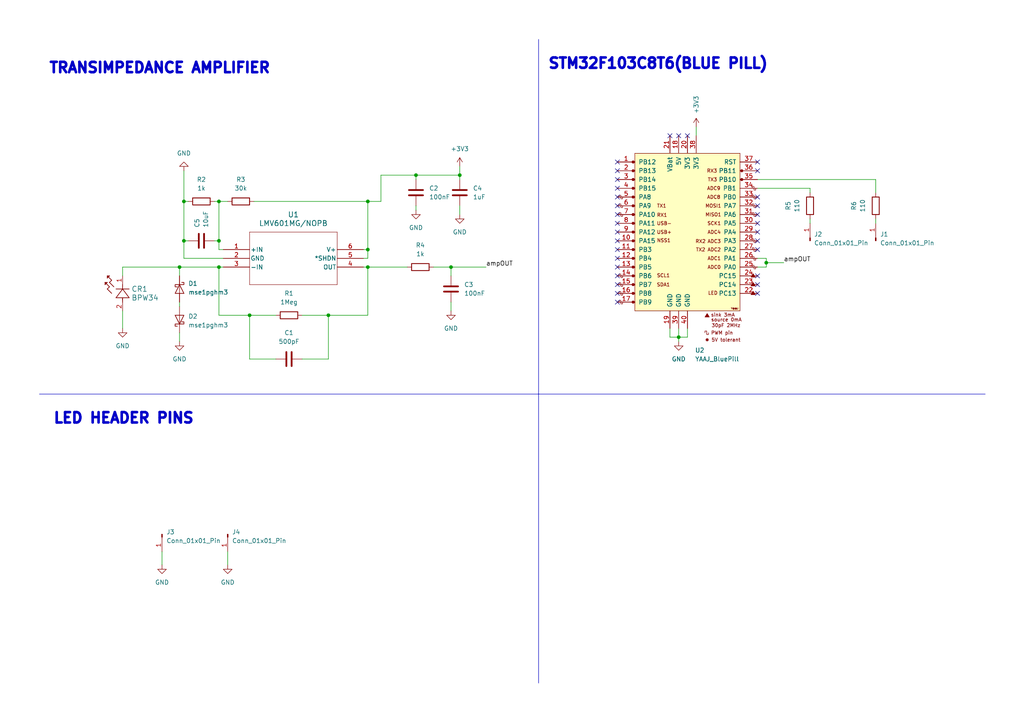
<source format=kicad_sch>
(kicad_sch (version 20230121) (generator eeschema)

  (uuid 70f5b503-c589-404b-81ac-c6f6fd60216d)

  (paper "A4")

  (lib_symbols
    (symbol "2023-12-20_12-02-20:LMV601MG_NOPB" (pin_names (offset 0.254)) (in_bom yes) (on_board yes)
      (property "Reference" "U" (at 20.32 10.16 0)
        (effects (font (size 1.524 1.524)))
      )
      (property "Value" "LMV601MG/NOPB" (at 20.32 7.62 0)
        (effects (font (size 1.524 1.524)))
      )
      (property "Footprint" "DCK6_TEX" (at 0 0 0)
        (effects (font (size 1.27 1.27) italic) hide)
      )
      (property "Datasheet" "LMV601MG/NOPB" (at 0 0 0)
        (effects (font (size 1.27 1.27) italic) hide)
      )
      (property "ki_locked" "" (at 0 0 0)
        (effects (font (size 1.27 1.27)))
      )
      (property "ki_keywords" "LMV601MG/NOPB" (at 0 0 0)
        (effects (font (size 1.27 1.27)) hide)
      )
      (property "ki_fp_filters" "DCK6_TEX DCK6_TEX-M DCK6_TEX-L" (at 0 0 0)
        (effects (font (size 1.27 1.27)) hide)
      )
      (symbol "LMV601MG_NOPB_0_1"
        (polyline
          (pts
            (xy 7.62 -10.16)
            (xy 33.02 -10.16)
          )
          (stroke (width 0.127) (type default))
          (fill (type none))
        )
        (polyline
          (pts
            (xy 7.62 5.08)
            (xy 7.62 -10.16)
          )
          (stroke (width 0.127) (type default))
          (fill (type none))
        )
        (polyline
          (pts
            (xy 33.02 -10.16)
            (xy 33.02 5.08)
          )
          (stroke (width 0.127) (type default))
          (fill (type none))
        )
        (polyline
          (pts
            (xy 33.02 5.08)
            (xy 7.62 5.08)
          )
          (stroke (width 0.127) (type default))
          (fill (type none))
        )
        (pin input line (at 0 0 0) (length 7.62)
          (name "+IN" (effects (font (size 1.27 1.27))))
          (number "1" (effects (font (size 1.27 1.27))))
        )
        (pin power_in line (at 0 -2.54 0) (length 7.62)
          (name "GND" (effects (font (size 1.27 1.27))))
          (number "2" (effects (font (size 1.27 1.27))))
        )
        (pin input line (at 0 -5.08 0) (length 7.62)
          (name "-IN" (effects (font (size 1.27 1.27))))
          (number "3" (effects (font (size 1.27 1.27))))
        )
        (pin output line (at 40.64 -5.08 180) (length 7.62)
          (name "OUT" (effects (font (size 1.27 1.27))))
          (number "4" (effects (font (size 1.27 1.27))))
        )
        (pin unspecified line (at 40.64 -2.54 180) (length 7.62)
          (name "*SHDN" (effects (font (size 1.27 1.27))))
          (number "5" (effects (font (size 1.27 1.27))))
        )
        (pin power_in line (at 40.64 0 180) (length 7.62)
          (name "V+" (effects (font (size 1.27 1.27))))
          (number "6" (effects (font (size 1.27 1.27))))
        )
      )
    )
    (symbol "2023-12-20_17-11-12:BPW34" (pin_names (offset 0.254)) (in_bom yes) (on_board yes)
      (property "Reference" "CR" (at 5.08 -4.445 0)
        (effects (font (size 1.524 1.524)))
      )
      (property "Value" "BPW34" (at 5.08 -7.62 0)
        (effects (font (size 1.524 1.524)))
      )
      (property "Footprint" "LED_BPW34_VIS" (at 0 0 0)
        (effects (font (size 1.27 1.27) italic) hide)
      )
      (property "Datasheet" "BPW34" (at 0 0 0)
        (effects (font (size 1.27 1.27) italic) hide)
      )
      (property "ki_locked" "" (at 0 0 0)
        (effects (font (size 1.27 1.27)))
      )
      (property "ki_keywords" "BPW34" (at 0 0 0)
        (effects (font (size 1.27 1.27)) hide)
      )
      (property "ki_fp_filters" "LED_BPW34_VIS" (at 0 0 0)
        (effects (font (size 1.27 1.27)) hide)
      )
      (symbol "BPW34_1_1"
        (polyline
          (pts
            (xy 2.54 0)
            (xy 3.4798 0)
          )
          (stroke (width 0.2032) (type default))
          (fill (type none))
        )
        (polyline
          (pts
            (xy 3.175 0)
            (xy 3.81 0)
          )
          (stroke (width 0.2032) (type default))
          (fill (type none))
        )
        (polyline
          (pts
            (xy 3.81 -1.905)
            (xy 6.35 0)
          )
          (stroke (width 0.2032) (type default))
          (fill (type none))
        )
        (polyline
          (pts
            (xy 3.81 1.905)
            (xy 3.81 -1.905)
          )
          (stroke (width 0.2032) (type default))
          (fill (type none))
        )
        (polyline
          (pts
            (xy 5.08 3.175)
            (xy 6.35 4.445)
          )
          (stroke (width 0.2032) (type default))
          (fill (type none))
        )
        (polyline
          (pts
            (xy 6.35 -1.905)
            (xy 6.35 1.905)
          )
          (stroke (width 0.2032) (type default))
          (fill (type none))
        )
        (polyline
          (pts
            (xy 6.35 0)
            (xy 3.81 1.905)
          )
          (stroke (width 0.2032) (type default))
          (fill (type none))
        )
        (polyline
          (pts
            (xy 6.35 0)
            (xy 7.62 0)
          )
          (stroke (width 0.2032) (type default))
          (fill (type none))
        )
        (polyline
          (pts
            (xy 6.35 4.445)
            (xy 6.985 3.81)
          )
          (stroke (width 0.2032) (type default))
          (fill (type none))
        )
        (polyline
          (pts
            (xy 6.985 2.54)
            (xy 8.255 3.81)
          )
          (stroke (width 0.2032) (type default))
          (fill (type none))
        )
        (polyline
          (pts
            (xy 6.985 3.81)
            (xy 8.255 5.08)
          )
          (stroke (width 0.2032) (type default))
          (fill (type none))
        )
        (polyline
          (pts
            (xy 7.62 5.08)
            (xy 8.255 4.445)
          )
          (stroke (width 0.2032) (type default))
          (fill (type none))
        )
        (polyline
          (pts
            (xy 8.255 3.81)
            (xy 8.89 3.175)
          )
          (stroke (width 0.2032) (type default))
          (fill (type none))
        )
        (polyline
          (pts
            (xy 8.255 4.445)
            (xy 8.255 5.08)
          )
          (stroke (width 0.2032) (type default))
          (fill (type none))
        )
        (polyline
          (pts
            (xy 8.255 5.08)
            (xy 7.62 5.08)
          )
          (stroke (width 0.2032) (type default))
          (fill (type none))
        )
        (polyline
          (pts
            (xy 8.89 3.175)
            (xy 10.16 4.445)
          )
          (stroke (width 0.2032) (type default))
          (fill (type none))
        )
        (polyline
          (pts
            (xy 9.525 4.445)
            (xy 10.16 3.81)
          )
          (stroke (width 0.2032) (type default))
          (fill (type none))
        )
        (polyline
          (pts
            (xy 10.16 3.81)
            (xy 10.16 4.445)
          )
          (stroke (width 0.2032) (type default))
          (fill (type none))
        )
        (polyline
          (pts
            (xy 10.16 4.445)
            (xy 9.525 4.445)
          )
          (stroke (width 0.2032) (type default))
          (fill (type none))
        )
        (pin unspecified line (at 10.16 0 180) (length 2.54)
          (name "" (effects (font (size 1.27 1.27))))
          (number "1" (effects (font (size 1.27 1.27))))
        )
        (pin unspecified line (at 0 0 0) (length 2.54)
          (name "" (effects (font (size 1.27 1.27))))
          (number "2" (effects (font (size 1.27 1.27))))
        )
      )
      (symbol "BPW34_1_2"
        (polyline
          (pts
            (xy -5.08 7.62)
            (xy -4.445 8.255)
          )
          (stroke (width 0.2032) (type default))
          (fill (type none))
        )
        (polyline
          (pts
            (xy -5.08 8.255)
            (xy -5.08 7.62)
          )
          (stroke (width 0.2032) (type default))
          (fill (type none))
        )
        (polyline
          (pts
            (xy -4.445 6.35)
            (xy -3.81 6.985)
          )
          (stroke (width 0.2032) (type default))
          (fill (type none))
        )
        (polyline
          (pts
            (xy -4.445 8.255)
            (xy -5.08 8.255)
          )
          (stroke (width 0.2032) (type default))
          (fill (type none))
        )
        (polyline
          (pts
            (xy -4.445 9.525)
            (xy -3.81 10.16)
          )
          (stroke (width 0.2032) (type default))
          (fill (type none))
        )
        (polyline
          (pts
            (xy -4.445 10.16)
            (xy -4.445 9.525)
          )
          (stroke (width 0.2032) (type default))
          (fill (type none))
        )
        (polyline
          (pts
            (xy -3.81 6.985)
            (xy -5.08 8.255)
          )
          (stroke (width 0.2032) (type default))
          (fill (type none))
        )
        (polyline
          (pts
            (xy -3.81 8.255)
            (xy -3.175 8.89)
          )
          (stroke (width 0.2032) (type default))
          (fill (type none))
        )
        (polyline
          (pts
            (xy -3.81 10.16)
            (xy -4.445 10.16)
          )
          (stroke (width 0.2032) (type default))
          (fill (type none))
        )
        (polyline
          (pts
            (xy -3.175 5.08)
            (xy -4.445 6.35)
          )
          (stroke (width 0.2032) (type default))
          (fill (type none))
        )
        (polyline
          (pts
            (xy -3.175 8.89)
            (xy -4.445 10.16)
          )
          (stroke (width 0.2032) (type default))
          (fill (type none))
        )
        (polyline
          (pts
            (xy -2.54 6.985)
            (xy -3.81 8.255)
          )
          (stroke (width 0.2032) (type default))
          (fill (type none))
        )
        (polyline
          (pts
            (xy -1.905 3.81)
            (xy 1.905 3.81)
          )
          (stroke (width 0.2032) (type default))
          (fill (type none))
        )
        (polyline
          (pts
            (xy 0 2.54)
            (xy 0 3.4798)
          )
          (stroke (width 0.2032) (type default))
          (fill (type none))
        )
        (polyline
          (pts
            (xy 0 3.175)
            (xy 0 3.81)
          )
          (stroke (width 0.2032) (type default))
          (fill (type none))
        )
        (polyline
          (pts
            (xy 0 6.35)
            (xy -1.905 3.81)
          )
          (stroke (width 0.2032) (type default))
          (fill (type none))
        )
        (polyline
          (pts
            (xy 0 6.35)
            (xy 0 7.62)
          )
          (stroke (width 0.2032) (type default))
          (fill (type none))
        )
        (polyline
          (pts
            (xy 1.905 3.81)
            (xy 0 6.35)
          )
          (stroke (width 0.2032) (type default))
          (fill (type none))
        )
        (polyline
          (pts
            (xy 1.905 6.35)
            (xy -1.905 6.35)
          )
          (stroke (width 0.2032) (type default))
          (fill (type none))
        )
        (pin unspecified line (at 0 10.16 270) (length 2.54)
          (name "" (effects (font (size 1.27 1.27))))
          (number "1" (effects (font (size 1.27 1.27))))
        )
        (pin unspecified line (at 0 0 90) (length 2.54)
          (name "" (effects (font (size 1.27 1.27))))
          (number "2" (effects (font (size 1.27 1.27))))
        )
      )
    )
    (symbol "Connector:Conn_01x01_Pin" (pin_names (offset 1.016) hide) (in_bom yes) (on_board yes)
      (property "Reference" "J" (at 0 2.54 0)
        (effects (font (size 1.27 1.27)))
      )
      (property "Value" "Conn_01x01_Pin" (at 0 -2.54 0)
        (effects (font (size 1.27 1.27)))
      )
      (property "Footprint" "" (at 0 0 0)
        (effects (font (size 1.27 1.27)) hide)
      )
      (property "Datasheet" "~" (at 0 0 0)
        (effects (font (size 1.27 1.27)) hide)
      )
      (property "ki_locked" "" (at 0 0 0)
        (effects (font (size 1.27 1.27)))
      )
      (property "ki_keywords" "connector" (at 0 0 0)
        (effects (font (size 1.27 1.27)) hide)
      )
      (property "ki_description" "Generic connector, single row, 01x01, script generated" (at 0 0 0)
        (effects (font (size 1.27 1.27)) hide)
      )
      (property "ki_fp_filters" "Connector*:*_1x??_*" (at 0 0 0)
        (effects (font (size 1.27 1.27)) hide)
      )
      (symbol "Conn_01x01_Pin_1_1"
        (polyline
          (pts
            (xy 1.27 0)
            (xy 0.8636 0)
          )
          (stroke (width 0.1524) (type default))
          (fill (type none))
        )
        (rectangle (start 0.8636 0.127) (end 0 -0.127)
          (stroke (width 0.1524) (type default))
          (fill (type outline))
        )
        (pin passive line (at 5.08 0 180) (length 3.81)
          (name "Pin_1" (effects (font (size 1.27 1.27))))
          (number "1" (effects (font (size 1.27 1.27))))
        )
      )
    )
    (symbol "Device:C" (pin_numbers hide) (pin_names (offset 0.254)) (in_bom yes) (on_board yes)
      (property "Reference" "C" (at 0.635 2.54 0)
        (effects (font (size 1.27 1.27)) (justify left))
      )
      (property "Value" "C" (at 0.635 -2.54 0)
        (effects (font (size 1.27 1.27)) (justify left))
      )
      (property "Footprint" "" (at 0.9652 -3.81 0)
        (effects (font (size 1.27 1.27)) hide)
      )
      (property "Datasheet" "~" (at 0 0 0)
        (effects (font (size 1.27 1.27)) hide)
      )
      (property "ki_keywords" "cap capacitor" (at 0 0 0)
        (effects (font (size 1.27 1.27)) hide)
      )
      (property "ki_description" "Unpolarized capacitor" (at 0 0 0)
        (effects (font (size 1.27 1.27)) hide)
      )
      (property "ki_fp_filters" "C_*" (at 0 0 0)
        (effects (font (size 1.27 1.27)) hide)
      )
      (symbol "C_0_1"
        (polyline
          (pts
            (xy -2.032 -0.762)
            (xy 2.032 -0.762)
          )
          (stroke (width 0.508) (type default))
          (fill (type none))
        )
        (polyline
          (pts
            (xy -2.032 0.762)
            (xy 2.032 0.762)
          )
          (stroke (width 0.508) (type default))
          (fill (type none))
        )
      )
      (symbol "C_1_1"
        (pin passive line (at 0 3.81 270) (length 2.794)
          (name "~" (effects (font (size 1.27 1.27))))
          (number "1" (effects (font (size 1.27 1.27))))
        )
        (pin passive line (at 0 -3.81 90) (length 2.794)
          (name "~" (effects (font (size 1.27 1.27))))
          (number "2" (effects (font (size 1.27 1.27))))
        )
      )
    )
    (symbol "Device:R" (pin_numbers hide) (pin_names (offset 0)) (in_bom yes) (on_board yes)
      (property "Reference" "R" (at 2.032 0 90)
        (effects (font (size 1.27 1.27)))
      )
      (property "Value" "R" (at 0 0 90)
        (effects (font (size 1.27 1.27)))
      )
      (property "Footprint" "" (at -1.778 0 90)
        (effects (font (size 1.27 1.27)) hide)
      )
      (property "Datasheet" "~" (at 0 0 0)
        (effects (font (size 1.27 1.27)) hide)
      )
      (property "ki_keywords" "R res resistor" (at 0 0 0)
        (effects (font (size 1.27 1.27)) hide)
      )
      (property "ki_description" "Resistor" (at 0 0 0)
        (effects (font (size 1.27 1.27)) hide)
      )
      (property "ki_fp_filters" "R_*" (at 0 0 0)
        (effects (font (size 1.27 1.27)) hide)
      )
      (symbol "R_0_1"
        (rectangle (start -1.016 -2.54) (end 1.016 2.54)
          (stroke (width 0.254) (type default))
          (fill (type none))
        )
      )
      (symbol "R_1_1"
        (pin passive line (at 0 3.81 270) (length 1.27)
          (name "~" (effects (font (size 1.27 1.27))))
          (number "1" (effects (font (size 1.27 1.27))))
        )
        (pin passive line (at 0 -3.81 90) (length 1.27)
          (name "~" (effects (font (size 1.27 1.27))))
          (number "2" (effects (font (size 1.27 1.27))))
        )
      )
    )
    (symbol "Diode:PMEG030V030EPD" (pin_numbers hide) (pin_names hide) (in_bom yes) (on_board yes)
      (property "Reference" "D" (at 0 2.54 0)
        (effects (font (size 1.27 1.27)))
      )
      (property "Value" "PMEG030V030EPD" (at 0 -2.54 0)
        (effects (font (size 1.27 1.27)))
      )
      (property "Footprint" "Package_TO_SOT_SMD:Nexperia_CFP15_SOT-1289" (at 0 -4.445 0)
        (effects (font (size 1.27 1.27)) hide)
      )
      (property "Datasheet" "https://assets.nexperia.com/documents/data-sheet/PMEG030V030EPD.pdf" (at 0 0 0)
        (effects (font (size 1.27 1.27)) hide)
      )
      (property "ki_keywords" "forward voltage diode" (at 0 0 0)
        (effects (font (size 1.27 1.27)) hide)
      )
      (property "ki_description" "30V, 3A low Vf MEGA Schottky barrier rectifier, SOT-1289" (at 0 0 0)
        (effects (font (size 1.27 1.27)) hide)
      )
      (property "ki_fp_filters" "Nexperia*CFP15*SOT?1289*" (at 0 0 0)
        (effects (font (size 1.27 1.27)) hide)
      )
      (symbol "PMEG030V030EPD_0_1"
        (polyline
          (pts
            (xy 1.27 0)
            (xy -1.27 0)
          )
          (stroke (width 0) (type default))
          (fill (type none))
        )
        (polyline
          (pts
            (xy 1.27 1.27)
            (xy 1.27 -1.27)
            (xy -1.27 0)
            (xy 1.27 1.27)
          )
          (stroke (width 0.2032) (type default))
          (fill (type none))
        )
        (polyline
          (pts
            (xy -1.905 0.635)
            (xy -1.905 1.27)
            (xy -1.27 1.27)
            (xy -1.27 -1.27)
            (xy -0.635 -1.27)
            (xy -0.635 -0.635)
          )
          (stroke (width 0.2032) (type default))
          (fill (type none))
        )
      )
      (symbol "PMEG030V030EPD_1_1"
        (pin passive line (at 3.81 0 180) (length 2.54)
          (name "A" (effects (font (size 1.27 1.27))))
          (number "1" (effects (font (size 1.27 1.27))))
        )
        (pin passive line (at 3.81 0 180) (length 2.54) hide
          (name "A" (effects (font (size 1.27 1.27))))
          (number "2" (effects (font (size 1.27 1.27))))
        )
        (pin passive line (at -3.81 0 0) (length 2.54)
          (name "K" (effects (font (size 1.27 1.27))))
          (number "3" (effects (font (size 1.27 1.27))))
        )
      )
    )
    (symbol "YAAJ_BluePill:YAAJ_BluePill" (pin_names (offset 1.016)) (in_bom yes) (on_board yes)
      (property "Reference" "U" (at -13.97 24.13 0)
        (effects (font (size 1.27 1.27)))
      )
      (property "Value" "YAAJ_BluePill" (at 0 6.35 90)
        (effects (font (size 1.27 1.27)))
      )
      (property "Footprint" "" (at -1.905 24.13 90)
        (effects (font (size 1.27 1.27)) hide)
      )
      (property "Datasheet" "" (at -1.905 24.13 90)
        (effects (font (size 1.27 1.27)) hide)
      )
      (property "ki_keywords" "module blue pill STM32" (at 0 0 0)
        (effects (font (size 1.27 1.27)) hide)
      )
      (property "ki_description" "STM32 Blue Pill ; KLC compliant" (at 0 0 0)
        (effects (font (size 1.27 1.27)) hide)
      )
      (symbol "YAAJ_BluePill_0_0"
        (circle (center -15.748 -20.32) (radius 0.3556)
          (stroke (width 0) (type solid))
          (fill (type outline))
        )
        (circle (center -15.748 -17.78) (radius 0.3556)
          (stroke (width 0) (type solid))
          (fill (type outline))
        )
        (circle (center -15.748 -15.24) (radius 0.3556)
          (stroke (width 0) (type solid))
          (fill (type outline))
        )
        (circle (center -15.748 -12.7) (radius 0.3556)
          (stroke (width 0) (type solid))
          (fill (type outline))
        )
        (circle (center -15.748 -10.16) (radius 0.3556)
          (stroke (width 0) (type solid))
          (fill (type outline))
        )
        (circle (center -15.748 -7.62) (radius 0.3556)
          (stroke (width 0) (type solid))
          (fill (type outline))
        )
        (circle (center -15.748 -5.08) (radius 0.3556)
          (stroke (width 0) (type solid))
          (fill (type outline))
        )
        (circle (center -15.748 -2.54) (radius 0.3556)
          (stroke (width 0) (type solid))
          (fill (type outline))
        )
        (circle (center -15.748 0) (radius 0.3556)
          (stroke (width 0) (type solid))
          (fill (type outline))
        )
        (circle (center -15.748 2.54) (radius 0.3556)
          (stroke (width 0) (type solid))
          (fill (type outline))
        )
        (circle (center -15.748 5.08) (radius 0.3556)
          (stroke (width 0) (type solid))
          (fill (type outline))
        )
        (circle (center -15.748 7.62) (radius 0.3556)
          (stroke (width 0) (type solid))
          (fill (type outline))
        )
        (circle (center -15.748 10.16) (radius 0.3556)
          (stroke (width 0) (type solid))
          (fill (type outline))
        )
        (circle (center -15.748 12.7) (radius 0.3556)
          (stroke (width 0) (type solid))
          (fill (type outline))
        )
        (circle (center -15.748 15.24) (radius 0.3556)
          (stroke (width 0) (type solid))
          (fill (type outline))
        )
        (circle (center -15.748 20.32) (radius 0.3556)
          (stroke (width 0) (type solid))
          (fill (type outline))
        )
        (polyline
          (pts
            (xy 5.08 -24.638)
            (xy 5.715 -23.622)
            (xy 6.35 -24.638)
            (xy 5.08 -24.638)
            (xy 5.715 -23.749)
            (xy 6.223 -24.638)
            (xy 5.207 -24.511)
            (xy 5.715 -23.876)
            (xy 6.096 -24.638)
            (xy 5.334 -24.384)
            (xy 5.842 -24.003)
            (xy 5.969 -24.638)
            (xy 5.461 -24.257)
            (xy 5.969 -24.13)
            (xy 5.842 -24.511)
            (xy 5.588 -24.257)
            (xy 5.842 -24.384)
            (xy 5.715 -24.13)
          )
          (stroke (width 0) (type solid))
          (fill (type none))
        )
        (polyline
          (pts
            (xy 18.415 -18.161)
            (xy 19.05 -17.145)
            (xy 19.685 -18.161)
            (xy 18.415 -18.161)
            (xy 19.05 -17.272)
            (xy 19.558 -18.161)
            (xy 18.542 -18.034)
            (xy 19.05 -17.399)
            (xy 19.431 -18.161)
            (xy 18.669 -17.907)
            (xy 19.177 -17.526)
            (xy 19.304 -18.161)
            (xy 18.796 -17.78)
            (xy 19.304 -17.653)
            (xy 19.177 -18.034)
            (xy 18.923 -17.78)
            (xy 19.177 -17.907)
            (xy 19.05 -17.653)
          )
          (stroke (width 0) (type solid))
          (fill (type none))
        )
        (polyline
          (pts
            (xy 18.415 -15.621)
            (xy 19.05 -14.605)
            (xy 19.685 -15.621)
            (xy 18.415 -15.621)
            (xy 19.05 -14.732)
            (xy 19.558 -15.621)
            (xy 18.542 -15.494)
            (xy 19.05 -14.859)
            (xy 19.431 -15.621)
            (xy 18.669 -15.367)
            (xy 19.177 -14.986)
            (xy 19.304 -15.621)
            (xy 18.796 -15.24)
            (xy 19.304 -15.113)
            (xy 19.177 -15.494)
            (xy 18.923 -15.24)
            (xy 19.177 -15.367)
            (xy 19.05 -15.113)
          )
          (stroke (width 0) (type solid))
          (fill (type none))
        )
        (polyline
          (pts
            (xy 18.415 -13.081)
            (xy 19.05 -12.065)
            (xy 19.685 -13.081)
            (xy 18.415 -13.081)
            (xy 19.05 -12.192)
            (xy 19.558 -13.081)
            (xy 18.542 -12.954)
            (xy 19.05 -12.319)
            (xy 19.431 -13.081)
            (xy 18.669 -12.827)
            (xy 19.177 -12.446)
            (xy 19.304 -13.081)
            (xy 18.796 -12.7)
            (xy 19.304 -12.573)
            (xy 19.177 -12.954)
            (xy 18.923 -12.7)
            (xy 19.177 -12.827)
            (xy 19.05 -12.573)
          )
          (stroke (width 0) (type solid))
          (fill (type none))
        )
        (circle (center 5.715 -31.242) (radius 0.127)
          (stroke (width 0) (type solid))
          (fill (type outline))
        )
        (circle (center 5.715 -31.242) (radius 0.254)
          (stroke (width 0) (type solid))
          (fill (type none))
        )
        (circle (center 5.715 -31.242) (radius 0.3556)
          (stroke (width 0) (type solid))
          (fill (type none))
        )
        (circle (center 15.748 15.24) (radius 0.254)
          (stroke (width 0) (type solid))
          (fill (type outline))
        )
        (circle (center 15.748 15.24) (radius 0.3556)
          (stroke (width 0) (type solid))
          (fill (type none))
        )
        (circle (center 15.748 17.78) (radius 0.254)
          (stroke (width 0) (type solid))
          (fill (type outline))
        )
        (circle (center 15.748 17.78) (radius 0.3556)
          (stroke (width 0) (type solid))
          (fill (type none))
        )
        (text "30pF 2MHz" (at 11.176 -27.051 0)
          (effects (font (size 0.9906 0.9906)))
        )
        (text "5V tolerant" (at 11.176 -31.242 0)
          (effects (font (size 0.9906 0.9906)))
        )
        (text "ADC0" (at 7.747 -10.16 0)
          (effects (font (size 0.9906 0.9906)))
        )
        (text "ADC1" (at 7.747 -7.62 0)
          (effects (font (size 0.9906 0.9906)))
        )
        (text "ADC2" (at 7.747 -5.08 0)
          (effects (font (size 0.9906 0.9906)))
        )
        (text "ADC3" (at 7.747 -2.667 0)
          (effects (font (size 0.9906 0.9906)))
        )
        (text "ADC4" (at 7.747 0 0)
          (effects (font (size 0.9906 0.9906)))
        )
        (text "ADC8" (at 7.62 10.16 0)
          (effects (font (size 0.9906 0.9906)))
        )
        (text "ADC9" (at 7.62 12.7 0)
          (effects (font (size 0.9906 0.9906)))
        )
        (text "LED" (at 7.366 -17.653 0)
          (effects (font (size 0.9906 0.9906)))
        )
        (text "MISO1" (at 7.493 5.08 0)
          (effects (font (size 0.9906 0.9906)))
        )
        (text "MOSI1" (at 7.493 7.62 0)
          (effects (font (size 0.9906 0.9906)))
        )
        (text "NSS1" (at -6.858 -2.413 0)
          (effects (font (size 0.9906 0.9906)))
        )
        (text "PWM pin" (at 10.033 -29.21 0)
          (effects (font (size 0.9906 0.9906)))
        )
        (text "RX1" (at -7.366 4.953 0)
          (effects (font (size 0.9906 0.9906)))
        )
        (text "RX2" (at 3.81 -2.667 0)
          (effects (font (size 0.9906 0.9906)))
        )
        (text "RX3" (at 7.112 17.78 0)
          (effects (font (size 0.9906 0.9906)))
        )
        (text "SCK1" (at 7.747 2.54 0)
          (effects (font (size 0.9906 0.9906)))
        )
        (text "SCL1" (at -6.985 -12.573 0)
          (effects (font (size 0.9906 0.9906)))
        )
        (text "SDA1" (at -6.985 -15.24 0)
          (effects (font (size 0.9906 0.9906)))
        )
        (text "sink 3mA" (at 10.287 -24.003 0)
          (effects (font (size 0.9906 0.9906)))
        )
        (text "source 0mA" (at 11.303 -25.4 0)
          (effects (font (size 0.9906 0.9906)))
        )
        (text "TX1" (at -7.493 7.62 0)
          (effects (font (size 0.9906 0.9906)))
        )
        (text "TX2" (at 3.81 -5.08 0)
          (effects (font (size 0.9906 0.9906)))
        )
        (text "TX3" (at 7.239 15.24 0)
          (effects (font (size 0.9906 0.9906)))
        )
        (text "USB+" (at -6.731 0 0)
          (effects (font (size 0.9906 0.9906)))
        )
        (text "USB-" (at -6.731 2.54 0)
          (effects (font (size 0.9906 0.9906)))
        )
        (text "Y@@J" (at 13.6906 -22.1488 0)
          (effects (font (size 0.508 0.508)))
        )
      )
      (symbol "YAAJ_BluePill_0_1"
        (rectangle (start -15.24 22.86) (end 15.24 -22.86)
          (stroke (width 0) (type solid))
          (fill (type background))
        )
        (polyline
          (pts
            (xy -18.796 -20.32)
            (xy -18.796 -20.828)
            (xy -19.304 -20.828)
            (xy -19.304 -19.812)
            (xy -19.812 -19.812)
            (xy -19.812 -20.32)
          )
          (stroke (width 0) (type solid))
          (fill (type none))
        )
        (polyline
          (pts
            (xy -18.796 -17.78)
            (xy -18.796 -18.288)
            (xy -19.304 -18.288)
            (xy -19.304 -17.272)
            (xy -19.812 -17.272)
            (xy -19.812 -17.78)
          )
          (stroke (width 0) (type solid))
          (fill (type none))
        )
        (polyline
          (pts
            (xy -18.796 -15.24)
            (xy -18.796 -15.748)
            (xy -19.304 -15.748)
            (xy -19.304 -14.732)
            (xy -19.812 -14.732)
            (xy -19.812 -15.24)
          )
          (stroke (width 0) (type solid))
          (fill (type none))
        )
        (polyline
          (pts
            (xy -18.796 -12.7)
            (xy -18.796 -13.208)
            (xy -19.304 -13.208)
            (xy -19.304 -12.192)
            (xy -19.812 -12.192)
            (xy -19.812 -12.7)
          )
          (stroke (width 0) (type solid))
          (fill (type none))
        )
        (polyline
          (pts
            (xy -18.796 5.08)
            (xy -18.796 4.572)
            (xy -19.304 4.572)
            (xy -19.304 5.588)
            (xy -19.812 5.588)
            (xy -19.812 5.08)
          )
          (stroke (width 0) (type solid))
          (fill (type none))
        )
        (polyline
          (pts
            (xy -18.796 7.62)
            (xy -18.796 7.112)
            (xy -19.304 7.112)
            (xy -19.304 8.128)
            (xy -19.812 8.128)
            (xy -19.812 7.62)
          )
          (stroke (width 0) (type solid))
          (fill (type none))
        )
        (polyline
          (pts
            (xy -18.796 10.16)
            (xy -18.796 9.652)
            (xy -19.304 9.652)
            (xy -19.304 10.668)
            (xy -19.812 10.668)
            (xy -19.812 10.16)
          )
          (stroke (width 0) (type solid))
          (fill (type none))
        )
        (polyline
          (pts
            (xy 6.096 -29.21)
            (xy 6.096 -29.718)
            (xy 5.588 -29.718)
            (xy 5.588 -28.702)
            (xy 5.08 -28.702)
            (xy 5.08 -29.21)
          )
          (stroke (width 0) (type solid))
          (fill (type none))
        )
        (polyline
          (pts
            (xy 19.812 -10.16)
            (xy 19.812 -10.668)
            (xy 19.304 -10.668)
            (xy 19.304 -9.652)
            (xy 18.796 -9.652)
            (xy 18.796 -10.16)
          )
          (stroke (width 0) (type solid))
          (fill (type none))
        )
        (polyline
          (pts
            (xy 19.812 -7.62)
            (xy 19.812 -8.128)
            (xy 19.304 -8.128)
            (xy 19.304 -7.112)
            (xy 18.796 -7.112)
            (xy 18.796 -7.62)
          )
          (stroke (width 0) (type solid))
          (fill (type none))
        )
        (polyline
          (pts
            (xy 19.812 -5.08)
            (xy 19.812 -5.588)
            (xy 19.304 -5.588)
            (xy 19.304 -4.572)
            (xy 18.796 -4.572)
            (xy 18.796 -5.08)
          )
          (stroke (width 0) (type solid))
          (fill (type none))
        )
        (polyline
          (pts
            (xy 19.812 -2.54)
            (xy 19.812 -3.048)
            (xy 19.304 -3.048)
            (xy 19.304 -2.032)
            (xy 18.796 -2.032)
            (xy 18.796 -2.54)
          )
          (stroke (width 0) (type solid))
          (fill (type none))
        )
        (polyline
          (pts
            (xy 19.812 5.08)
            (xy 19.812 4.572)
            (xy 19.304 4.572)
            (xy 19.304 5.588)
            (xy 18.796 5.588)
            (xy 18.796 5.08)
          )
          (stroke (width 0) (type solid))
          (fill (type none))
        )
        (polyline
          (pts
            (xy 19.812 7.62)
            (xy 19.812 7.112)
            (xy 19.304 7.112)
            (xy 19.304 8.128)
            (xy 18.796 8.128)
            (xy 18.796 7.62)
          )
          (stroke (width 0) (type solid))
          (fill (type none))
        )
        (polyline
          (pts
            (xy 19.812 10.16)
            (xy 19.812 9.652)
            (xy 19.304 9.652)
            (xy 19.304 10.668)
            (xy 18.796 10.668)
            (xy 18.796 10.16)
          )
          (stroke (width 0) (type solid))
          (fill (type none))
        )
        (polyline
          (pts
            (xy 19.812 12.7)
            (xy 19.812 12.192)
            (xy 19.304 12.192)
            (xy 19.304 13.208)
            (xy 18.796 13.208)
            (xy 18.796 12.7)
          )
          (stroke (width 0) (type solid))
          (fill (type none))
        )
      )
      (symbol "YAAJ_BluePill_1_1"
        (circle (center -15.748 17.78) (radius 0.3556)
          (stroke (width 0) (type solid))
          (fill (type outline))
        )
        (pin bidirectional line (at -20.32 20.32 0) (length 5.08)
          (name "PB12" (effects (font (size 1.27 1.27))))
          (number "1" (effects (font (size 1.27 1.27))))
        )
        (pin bidirectional line (at -20.32 -2.54 0) (length 5.08)
          (name "PA15" (effects (font (size 1.27 1.27))))
          (number "10" (effects (font (size 1.27 1.27))))
        )
        (pin bidirectional line (at -20.32 -5.08 0) (length 5.08)
          (name "PB3" (effects (font (size 1.27 1.27))))
          (number "11" (effects (font (size 1.27 1.27))))
        )
        (pin bidirectional line (at -20.32 -7.62 0) (length 5.08)
          (name "PB4" (effects (font (size 1.27 1.27))))
          (number "12" (effects (font (size 1.27 1.27))))
        )
        (pin bidirectional line (at -20.32 -10.16 0) (length 5.08)
          (name "PB5" (effects (font (size 1.27 1.27))))
          (number "13" (effects (font (size 1.27 1.27))))
        )
        (pin bidirectional line (at -20.32 -12.7 0) (length 5.08)
          (name "PB6" (effects (font (size 1.27 1.27))))
          (number "14" (effects (font (size 1.27 1.27))))
        )
        (pin bidirectional line (at -20.32 -15.24 0) (length 5.08)
          (name "PB7" (effects (font (size 1.27 1.27))))
          (number "15" (effects (font (size 1.27 1.27))))
        )
        (pin bidirectional line (at -20.32 -17.78 0) (length 5.08)
          (name "PB8" (effects (font (size 1.27 1.27))))
          (number "16" (effects (font (size 1.27 1.27))))
        )
        (pin bidirectional line (at -20.32 -20.32 0) (length 5.08)
          (name "PB9" (effects (font (size 1.27 1.27))))
          (number "17" (effects (font (size 1.27 1.27))))
        )
        (pin power_in line (at -2.54 27.94 270) (length 5.08)
          (name "5V" (effects (font (size 1.27 1.27))))
          (number "18" (effects (font (size 1.27 1.27))))
        )
        (pin power_in line (at -5.08 -27.94 90) (length 5.08)
          (name "GND" (effects (font (size 1.27 1.27))))
          (number "19" (effects (font (size 1.27 1.27))))
        )
        (pin bidirectional line (at -20.32 17.78 0) (length 5.08)
          (name "PB13" (effects (font (size 1.27 1.27))))
          (number "2" (effects (font (size 1.27 1.27))))
        )
        (pin power_in line (at 0 27.94 270) (length 5.08)
          (name "3V3" (effects (font (size 1.27 1.27))))
          (number "20" (effects (font (size 1.27 1.27))))
        )
        (pin power_in line (at -5.08 27.94 270) (length 5.08)
          (name "VBat" (effects (font (size 1.27 1.27))))
          (number "21" (effects (font (size 1.27 1.27))))
        )
        (pin bidirectional line (at 20.32 -17.78 180) (length 5.08)
          (name "PC13" (effects (font (size 1.27 1.27))))
          (number "22" (effects (font (size 1.27 1.27))))
        )
        (pin bidirectional line (at 20.32 -15.24 180) (length 5.08)
          (name "PC14" (effects (font (size 1.27 1.27))))
          (number "23" (effects (font (size 1.27 1.27))))
        )
        (pin bidirectional line (at 20.32 -12.7 180) (length 5.08)
          (name "PC15" (effects (font (size 1.27 1.27))))
          (number "24" (effects (font (size 1.27 1.27))))
        )
        (pin bidirectional line (at 20.32 -10.16 180) (length 5.08)
          (name "PA0" (effects (font (size 1.27 1.27))))
          (number "25" (effects (font (size 1.27 1.27))))
        )
        (pin bidirectional line (at 20.32 -7.62 180) (length 5.08)
          (name "PA1" (effects (font (size 1.27 1.27))))
          (number "26" (effects (font (size 1.27 1.27))))
        )
        (pin bidirectional line (at 20.32 -5.08 180) (length 5.08)
          (name "PA2" (effects (font (size 1.27 1.27))))
          (number "27" (effects (font (size 1.27 1.27))))
        )
        (pin bidirectional line (at 20.32 -2.54 180) (length 5.08)
          (name "PA3" (effects (font (size 1.27 1.27))))
          (number "28" (effects (font (size 1.27 1.27))))
        )
        (pin bidirectional line (at 20.32 0 180) (length 5.08)
          (name "PA4" (effects (font (size 1.27 1.27))))
          (number "29" (effects (font (size 1.27 1.27))))
        )
        (pin bidirectional line (at -20.32 15.24 0) (length 5.08)
          (name "PB14" (effects (font (size 1.27 1.27))))
          (number "3" (effects (font (size 1.27 1.27))))
        )
        (pin bidirectional line (at 20.32 2.54 180) (length 5.08)
          (name "PA5" (effects (font (size 1.27 1.27))))
          (number "30" (effects (font (size 1.27 1.27))))
        )
        (pin bidirectional line (at 20.32 5.08 180) (length 5.08)
          (name "PA6" (effects (font (size 1.27 1.27))))
          (number "31" (effects (font (size 1.27 1.27))))
        )
        (pin bidirectional line (at 20.32 7.62 180) (length 5.08)
          (name "PA7" (effects (font (size 1.27 1.27))))
          (number "32" (effects (font (size 1.27 1.27))))
        )
        (pin bidirectional line (at 20.32 10.16 180) (length 5.08)
          (name "PB0" (effects (font (size 1.27 1.27))))
          (number "33" (effects (font (size 1.27 1.27))))
        )
        (pin bidirectional line (at 20.32 12.7 180) (length 5.08)
          (name "PB1" (effects (font (size 1.27 1.27))))
          (number "34" (effects (font (size 1.27 1.27))))
        )
        (pin bidirectional line (at 20.32 15.24 180) (length 5.08)
          (name "PB10" (effects (font (size 1.27 1.27))))
          (number "35" (effects (font (size 1.27 1.27))))
        )
        (pin bidirectional line (at 20.32 17.78 180) (length 5.08)
          (name "PB11" (effects (font (size 1.27 1.27))))
          (number "36" (effects (font (size 1.27 1.27))))
        )
        (pin input line (at 20.32 20.32 180) (length 5.08)
          (name "RST" (effects (font (size 1.27 1.27))))
          (number "37" (effects (font (size 1.27 1.27))))
        )
        (pin power_in line (at 2.54 27.94 270) (length 5.08)
          (name "3V3" (effects (font (size 1.27 1.27))))
          (number "38" (effects (font (size 1.27 1.27))))
        )
        (pin power_in line (at -2.54 -27.94 90) (length 5.08)
          (name "GND" (effects (font (size 1.27 1.27))))
          (number "39" (effects (font (size 1.27 1.27))))
        )
        (pin bidirectional line (at -20.32 12.7 0) (length 5.08)
          (name "PB15" (effects (font (size 1.27 1.27))))
          (number "4" (effects (font (size 1.27 1.27))))
        )
        (pin power_in line (at 0 -27.94 90) (length 5.08)
          (name "GND" (effects (font (size 1.27 1.27))))
          (number "40" (effects (font (size 1.27 1.27))))
        )
        (pin bidirectional line (at -20.32 10.16 0) (length 5.08)
          (name "PA8" (effects (font (size 1.27 1.27))))
          (number "5" (effects (font (size 1.27 1.27))))
        )
        (pin bidirectional line (at -20.32 7.62 0) (length 5.08)
          (name "PA9" (effects (font (size 1.27 1.27))))
          (number "6" (effects (font (size 1.27 1.27))))
        )
        (pin bidirectional line (at -20.32 5.08 0) (length 5.08)
          (name "PA10" (effects (font (size 1.27 1.27))))
          (number "7" (effects (font (size 1.27 1.27))))
        )
        (pin bidirectional line (at -20.32 2.54 0) (length 5.08)
          (name "PA11" (effects (font (size 1.27 1.27))))
          (number "8" (effects (font (size 1.27 1.27))))
        )
        (pin bidirectional line (at -20.32 0 0) (length 5.08)
          (name "PA12" (effects (font (size 1.27 1.27))))
          (number "9" (effects (font (size 1.27 1.27))))
        )
      )
    )
    (symbol "power:+3V3" (power) (pin_names (offset 0)) (in_bom yes) (on_board yes)
      (property "Reference" "#PWR" (at 0 -3.81 0)
        (effects (font (size 1.27 1.27)) hide)
      )
      (property "Value" "+3V3" (at 0 3.556 0)
        (effects (font (size 1.27 1.27)))
      )
      (property "Footprint" "" (at 0 0 0)
        (effects (font (size 1.27 1.27)) hide)
      )
      (property "Datasheet" "" (at 0 0 0)
        (effects (font (size 1.27 1.27)) hide)
      )
      (property "ki_keywords" "global power" (at 0 0 0)
        (effects (font (size 1.27 1.27)) hide)
      )
      (property "ki_description" "Power symbol creates a global label with name \"+3V3\"" (at 0 0 0)
        (effects (font (size 1.27 1.27)) hide)
      )
      (symbol "+3V3_0_1"
        (polyline
          (pts
            (xy -0.762 1.27)
            (xy 0 2.54)
          )
          (stroke (width 0) (type default))
          (fill (type none))
        )
        (polyline
          (pts
            (xy 0 0)
            (xy 0 2.54)
          )
          (stroke (width 0) (type default))
          (fill (type none))
        )
        (polyline
          (pts
            (xy 0 2.54)
            (xy 0.762 1.27)
          )
          (stroke (width 0) (type default))
          (fill (type none))
        )
      )
      (symbol "+3V3_1_1"
        (pin power_in line (at 0 0 90) (length 0) hide
          (name "+3V3" (effects (font (size 1.27 1.27))))
          (number "1" (effects (font (size 1.27 1.27))))
        )
      )
    )
    (symbol "power:GND" (power) (pin_names (offset 0)) (in_bom yes) (on_board yes)
      (property "Reference" "#PWR" (at 0 -6.35 0)
        (effects (font (size 1.27 1.27)) hide)
      )
      (property "Value" "GND" (at 0 -3.81 0)
        (effects (font (size 1.27 1.27)))
      )
      (property "Footprint" "" (at 0 0 0)
        (effects (font (size 1.27 1.27)) hide)
      )
      (property "Datasheet" "" (at 0 0 0)
        (effects (font (size 1.27 1.27)) hide)
      )
      (property "ki_keywords" "global power" (at 0 0 0)
        (effects (font (size 1.27 1.27)) hide)
      )
      (property "ki_description" "Power symbol creates a global label with name \"GND\" , ground" (at 0 0 0)
        (effects (font (size 1.27 1.27)) hide)
      )
      (symbol "GND_0_1"
        (polyline
          (pts
            (xy 0 0)
            (xy 0 -1.27)
            (xy 1.27 -1.27)
            (xy 0 -2.54)
            (xy -1.27 -1.27)
            (xy 0 -1.27)
          )
          (stroke (width 0) (type default))
          (fill (type none))
        )
      )
      (symbol "GND_1_1"
        (pin power_in line (at 0 0 270) (length 0) hide
          (name "GND" (effects (font (size 1.27 1.27))))
          (number "1" (effects (font (size 1.27 1.27))))
        )
      )
    )
  )

  (junction (at 72.39 91.44) (diameter 0) (color 0 0 0 0)
    (uuid 0e407dda-8b8b-469e-baf8-6e5f52d958aa)
  )
  (junction (at 196.85 97.79) (diameter 0) (color 0 0 0 0)
    (uuid 3925e44d-5784-4acc-a70f-8b15c2fbb5bd)
  )
  (junction (at 63.5 69.85) (diameter 0) (color 0 0 0 0)
    (uuid 4efec2d8-cccf-4d04-9bc2-2fe0384fda1e)
  )
  (junction (at 120.65 50.8) (diameter 0) (color 0 0 0 0)
    (uuid 5efe207c-d93c-419e-8eb4-26b304079a0f)
  )
  (junction (at 106.68 77.47) (diameter 0) (color 0 0 0 0)
    (uuid 7d3fd7ad-18b9-43e9-9035-58331c2489c1)
  )
  (junction (at 130.81 77.47) (diameter 0) (color 0 0 0 0)
    (uuid 87281eff-2e68-4038-afba-0b9f466deebb)
  )
  (junction (at 53.34 69.85) (diameter 0) (color 0 0 0 0)
    (uuid a42bbbf0-f568-419b-8d37-82ca1b063242)
  )
  (junction (at 53.34 58.42) (diameter 0) (color 0 0 0 0)
    (uuid ae6e7254-1d20-4366-a040-d25831915599)
  )
  (junction (at 63.5 77.47) (diameter 0) (color 0 0 0 0)
    (uuid af6de433-06b4-469d-9499-5188cb317bcd)
  )
  (junction (at 52.07 77.47) (diameter 0) (color 0 0 0 0)
    (uuid d248da8b-edc0-4548-8716-e0802f0d1733)
  )
  (junction (at 63.5 58.42) (diameter 0) (color 0 0 0 0)
    (uuid d9241fc8-562c-42e8-a73a-d803166c1477)
  )
  (junction (at 222.25 76.2) (diameter 0) (color 0 0 0 0)
    (uuid eeeacce8-033c-4c2f-801e-fa3b0f4a5ae6)
  )
  (junction (at 95.25 91.44) (diameter 0) (color 0 0 0 0)
    (uuid f2d9d2bc-58a2-4720-9457-5491ace8adbb)
  )
  (junction (at 106.68 72.39) (diameter 0) (color 0 0 0 0)
    (uuid f346802b-b0e0-41ca-9276-3ebb2c75be1d)
  )
  (junction (at 133.35 50.8) (diameter 0) (color 0 0 0 0)
    (uuid f5ca61ef-3125-48b7-bfb5-45823fc8f8fb)
  )
  (junction (at 106.68 58.42) (diameter 0) (color 0 0 0 0)
    (uuid fe2b445f-a61a-47c8-80e0-1be7d84ed1d9)
  )

  (no_connect (at 179.07 72.39) (uuid 00f4655b-3f09-4cdd-8d06-9bc48aaf5d1d))
  (no_connect (at 219.71 80.01) (uuid 07e7ace8-5114-47c4-b67d-1a3f5ea41362))
  (no_connect (at 219.71 69.85) (uuid 0f0b0bfb-9f7a-4211-a505-64d8ebafa0a1))
  (no_connect (at 199.39 39.37) (uuid 20b18767-6c0a-47ae-b780-67ddea61f75f))
  (no_connect (at 179.07 74.93) (uuid 2127a4f6-cd7f-447f-8300-ff27a885ca60))
  (no_connect (at 219.71 82.55) (uuid 2f1b3122-4e35-429a-bee4-256a3f7b5585))
  (no_connect (at 219.71 46.99) (uuid 352c8c26-46d8-4cb5-b214-2f2148000a0a))
  (no_connect (at 179.07 69.85) (uuid 354f5260-6fc7-4fe1-9d7f-2547212ab22a))
  (no_connect (at 219.71 64.77) (uuid 4093b6f5-2d75-4ebe-9d93-1f031467999b))
  (no_connect (at 179.07 64.77) (uuid 45c4fa10-c519-4f48-96e0-7a5d653b497b))
  (no_connect (at 179.07 82.55) (uuid 502753cf-a3f3-4958-bfca-de012b75bf23))
  (no_connect (at 219.71 62.23) (uuid 512223a2-2212-4876-a058-279bec60e322))
  (no_connect (at 179.07 80.01) (uuid 566481a2-c891-4593-9134-0ec453b640c0))
  (no_connect (at 179.07 87.63) (uuid 608e5be6-60cc-4e9a-b80f-60c2875121bf))
  (no_connect (at 194.31 39.37) (uuid 66cd89b4-de5c-4681-8424-aeb2bdb0ccba))
  (no_connect (at 196.85 39.37) (uuid 6e65cee8-945e-4ccd-94f4-6ae450f660c4))
  (no_connect (at 219.71 57.15) (uuid 72794319-4857-4742-811f-145cf314f0bd))
  (no_connect (at 179.07 52.07) (uuid 86627b18-1fd3-4593-9298-e1852b9e1507))
  (no_connect (at 219.71 72.39) (uuid 8c0b81ee-3c03-4104-b3d3-24f626455d17))
  (no_connect (at 179.07 85.09) (uuid 9d904342-dd7e-409a-b996-54e37b98d7ea))
  (no_connect (at 219.71 49.53) (uuid 9fc449ef-c557-4bdd-8eff-879204ab2198))
  (no_connect (at 179.07 77.47) (uuid a076eeec-ebd4-4744-b251-c9371011869f))
  (no_connect (at 179.07 46.99) (uuid a9f4994f-921b-4787-aeb9-366e12fa048d))
  (no_connect (at 219.71 67.31) (uuid c09dd961-1ec7-47bf-8b82-920327cb4405))
  (no_connect (at 179.07 59.69) (uuid d2f040a5-db43-409c-842e-8ff50399484d))
  (no_connect (at 179.07 57.15) (uuid d447c26a-4ca6-410a-b7ec-656660b85042))
  (no_connect (at 179.07 62.23) (uuid d5a399ec-48c4-485b-ab26-1b2069172c72))
  (no_connect (at 219.71 59.69) (uuid d5d191b9-5348-4610-920f-bce2aeb66b7f))
  (no_connect (at 219.71 85.09) (uuid e5e8ec5c-1081-4e16-9c46-3482ca441675))
  (no_connect (at 179.07 54.61) (uuid e9523918-a464-4680-aeaa-0a747c685cb5))
  (no_connect (at 179.07 67.31) (uuid ec03f87c-47e7-4930-aee4-e2a074f554ee))
  (no_connect (at 179.07 49.53) (uuid ee1eef3b-7836-4a79-b5a6-4bd5388d5188))

  (wire (pts (xy 53.34 69.85) (xy 53.34 58.42))
    (stroke (width 0) (type default))
    (uuid 03dd15c4-82be-4035-8e5c-d28509bbba23)
  )
  (wire (pts (xy 62.23 69.85) (xy 63.5 69.85))
    (stroke (width 0) (type default))
    (uuid 03ead218-9534-4568-8fec-611444e3d3cd)
  )
  (wire (pts (xy 125.73 77.47) (xy 130.81 77.47))
    (stroke (width 0) (type default))
    (uuid 04dd4bbc-cc1e-45a0-be38-576029f730e3)
  )
  (wire (pts (xy 106.68 77.47) (xy 118.11 77.47))
    (stroke (width 0) (type default))
    (uuid 06a1bddb-1b68-43cd-94eb-629c194833c2)
  )
  (wire (pts (xy 52.07 87.63) (xy 52.07 88.9))
    (stroke (width 0) (type default))
    (uuid 0ad28031-d312-4be7-90a0-97836e36fa57)
  )
  (polyline (pts (xy 11.43 114.3) (xy 156.21 114.3))
    (stroke (width 0) (type default))
    (uuid 122bb9ab-2b7a-4d42-b0ed-4a4b09eac0b9)
  )

  (wire (pts (xy 87.63 104.14) (xy 95.25 104.14))
    (stroke (width 0) (type default))
    (uuid 189b6ece-bebf-4dde-bbb5-8bf8ae3c98b7)
  )
  (wire (pts (xy 105.41 72.39) (xy 106.68 72.39))
    (stroke (width 0) (type default))
    (uuid 2033c970-4658-4534-8241-d95ca78bd05a)
  )
  (wire (pts (xy 35.56 77.47) (xy 35.56 80.01))
    (stroke (width 0) (type default))
    (uuid 22044be1-89cf-4059-9ced-cadb9015267c)
  )
  (wire (pts (xy 53.34 69.85) (xy 54.61 69.85))
    (stroke (width 0) (type default))
    (uuid 28df7f70-f209-4a37-86ad-70c27c3594fb)
  )
  (wire (pts (xy 72.39 104.14) (xy 72.39 91.44))
    (stroke (width 0) (type default))
    (uuid 2f98126c-0dd4-44ba-be45-4a810fe8ba50)
  )
  (wire (pts (xy 106.68 91.44) (xy 106.68 77.47))
    (stroke (width 0) (type default))
    (uuid 30206949-50c6-44ee-afcf-d5892cbc0594)
  )
  (wire (pts (xy 72.39 91.44) (xy 80.01 91.44))
    (stroke (width 0) (type default))
    (uuid 3273ea31-6d66-4308-9ef6-53dbbc2e5064)
  )
  (wire (pts (xy 35.56 77.47) (xy 52.07 77.47))
    (stroke (width 0) (type default))
    (uuid 330edfd9-11e9-4c4f-8129-994b4c7a4a32)
  )
  (wire (pts (xy 66.04 163.83) (xy 66.04 160.02))
    (stroke (width 0) (type default))
    (uuid 332b68eb-071f-4c28-a937-f3bf93426b3d)
  )
  (wire (pts (xy 194.31 95.25) (xy 194.31 97.79))
    (stroke (width 0) (type default))
    (uuid 3517abd5-6fc0-4f3d-9e56-f8efa817f93b)
  )
  (wire (pts (xy 105.41 74.93) (xy 106.68 74.93))
    (stroke (width 0) (type default))
    (uuid 3e241d9e-e1ff-4e47-af81-32e8dc76fe86)
  )
  (wire (pts (xy 219.71 54.61) (xy 234.95 54.61))
    (stroke (width 0) (type default))
    (uuid 42253dc3-f72a-4350-b037-b47d39675bbe)
  )
  (wire (pts (xy 130.81 87.63) (xy 130.81 90.17))
    (stroke (width 0) (type default))
    (uuid 46336b04-7dfc-459c-9439-20376087aafc)
  )
  (wire (pts (xy 54.61 58.42) (xy 53.34 58.42))
    (stroke (width 0) (type default))
    (uuid 4ffd8d4e-800b-4099-b455-fe95d666a1f3)
  )
  (wire (pts (xy 133.35 50.8) (xy 133.35 52.07))
    (stroke (width 0) (type default))
    (uuid 53f8877f-8d19-4a68-a137-71a571ed7d05)
  )
  (wire (pts (xy 130.81 77.47) (xy 140.97 77.47))
    (stroke (width 0) (type default))
    (uuid 5b324a63-1fb9-42ab-a5a2-a758def23ae7)
  )
  (wire (pts (xy 120.65 50.8) (xy 120.65 52.07))
    (stroke (width 0) (type default))
    (uuid 614c0d3d-7235-4f5e-9ae0-28587bc92e88)
  )
  (wire (pts (xy 196.85 95.25) (xy 196.85 97.79))
    (stroke (width 0) (type default))
    (uuid 6165d6c6-3560-445c-88a8-9dbe62385043)
  )
  (wire (pts (xy 133.35 48.26) (xy 133.35 50.8))
    (stroke (width 0) (type default))
    (uuid 703d4e41-5d71-4a64-b903-1b3054266412)
  )
  (wire (pts (xy 63.5 91.44) (xy 72.39 91.44))
    (stroke (width 0) (type default))
    (uuid 7090f6a2-57f2-4d99-b8c9-d557f469b9cf)
  )
  (wire (pts (xy 133.35 59.69) (xy 133.35 62.23))
    (stroke (width 0) (type default))
    (uuid 7435792c-8572-4e4d-a2a2-13f20362d7fe)
  )
  (wire (pts (xy 52.07 77.47) (xy 52.07 80.01))
    (stroke (width 0) (type default))
    (uuid 76577993-f830-44d9-bd55-7ed2edf4a21a)
  )
  (wire (pts (xy 53.34 74.93) (xy 64.77 74.93))
    (stroke (width 0) (type default))
    (uuid 76b8fc7d-c30e-465d-af39-ffb3d7f65d37)
  )
  (wire (pts (xy 194.31 97.79) (xy 196.85 97.79))
    (stroke (width 0) (type default))
    (uuid 7747716c-6816-491f-86aa-fd756b5a5900)
  )
  (wire (pts (xy 222.25 76.2) (xy 227.33 76.2))
    (stroke (width 0) (type default))
    (uuid 86410c53-a3fb-448a-b64f-f52fec83e3a3)
  )
  (wire (pts (xy 95.25 104.14) (xy 95.25 91.44))
    (stroke (width 0) (type default))
    (uuid 8666bf21-bd9a-4769-8d34-2d046bc3b221)
  )
  (polyline (pts (xy 156.21 114.3) (xy 285.75 114.3))
    (stroke (width 0) (type default))
    (uuid 8b7393e8-dd75-42c8-952c-1e09e8ca550d)
  )

  (wire (pts (xy 63.5 72.39) (xy 64.77 72.39))
    (stroke (width 0) (type default))
    (uuid 8cbdc1e8-13b6-4a39-9219-1bcffc4849e9)
  )
  (wire (pts (xy 72.39 104.14) (xy 80.01 104.14))
    (stroke (width 0) (type default))
    (uuid 904b3b4f-610f-4866-aae1-8272c004c986)
  )
  (wire (pts (xy 52.07 96.52) (xy 52.07 99.06))
    (stroke (width 0) (type default))
    (uuid 94119c29-b9db-4c2a-9752-07efbdb6fb51)
  )
  (wire (pts (xy 254 63.5) (xy 254 64.77))
    (stroke (width 0) (type default))
    (uuid 9b65543a-5ab0-477d-8ddd-b70e5cb2da59)
  )
  (wire (pts (xy 120.65 60.96) (xy 120.65 59.69))
    (stroke (width 0) (type default))
    (uuid 9cb4cb1c-be77-4050-b3bd-26482aa0f34a)
  )
  (polyline (pts (xy 156.21 114.3) (xy 156.21 198.12))
    (stroke (width 0) (type default))
    (uuid 9dd8ecb8-8e21-42bb-b80b-46412ce6d9fd)
  )

  (wire (pts (xy 52.07 77.47) (xy 63.5 77.47))
    (stroke (width 0) (type default))
    (uuid 9fc57ae3-3054-4e62-86b8-996bb496108a)
  )
  (polyline (pts (xy 156.21 11.43) (xy 156.21 114.3))
    (stroke (width 0) (type default))
    (uuid a10768fd-7582-46eb-be7a-b98c0bcc1f1c)
  )

  (wire (pts (xy 63.5 58.42) (xy 63.5 69.85))
    (stroke (width 0) (type default))
    (uuid a23eb166-7dd3-489c-af49-a59b3ff96239)
  )
  (wire (pts (xy 106.68 77.47) (xy 105.41 77.47))
    (stroke (width 0) (type default))
    (uuid a368ed67-dbc6-4dcd-990d-5e2a3f1fb8f6)
  )
  (wire (pts (xy 130.81 77.47) (xy 130.81 80.01))
    (stroke (width 0) (type default))
    (uuid aea70e2d-fd5b-432a-adf7-c53425062449)
  )
  (wire (pts (xy 219.71 52.07) (xy 254 52.07))
    (stroke (width 0) (type default))
    (uuid af31ec94-e625-467c-8d42-664ea63cc70d)
  )
  (wire (pts (xy 201.93 36.83) (xy 201.93 39.37))
    (stroke (width 0) (type default))
    (uuid b1ad2a0b-c804-46b5-9bc7-2e48284f9e25)
  )
  (wire (pts (xy 64.77 77.47) (xy 63.5 77.47))
    (stroke (width 0) (type default))
    (uuid b33bbbd8-f897-45d3-bcac-90a94177a166)
  )
  (wire (pts (xy 219.71 74.93) (xy 222.25 74.93))
    (stroke (width 0) (type default))
    (uuid b5056fad-99e9-44e0-affe-6336dc3c186f)
  )
  (wire (pts (xy 95.25 91.44) (xy 106.68 91.44))
    (stroke (width 0) (type default))
    (uuid bb417c04-d655-4189-a16d-c82bda78a748)
  )
  (wire (pts (xy 120.65 50.8) (xy 133.35 50.8))
    (stroke (width 0) (type default))
    (uuid bc8da9c8-312e-4917-8dc0-44d3c11f8c40)
  )
  (wire (pts (xy 63.5 69.85) (xy 63.5 72.39))
    (stroke (width 0) (type default))
    (uuid bd27843f-2c11-4527-b14b-ee40c22ba05c)
  )
  (wire (pts (xy 110.49 58.42) (xy 106.68 58.42))
    (stroke (width 0) (type default))
    (uuid c1546366-c656-4f36-a1fa-bd5c4665e160)
  )
  (wire (pts (xy 222.25 77.47) (xy 219.71 77.47))
    (stroke (width 0) (type default))
    (uuid c61fdf86-6305-45f2-a475-57ca180ca301)
  )
  (wire (pts (xy 222.25 76.2) (xy 222.25 77.47))
    (stroke (width 0) (type default))
    (uuid c8c5084f-c12b-4675-985e-b44e8977b220)
  )
  (wire (pts (xy 106.68 58.42) (xy 106.68 72.39))
    (stroke (width 0) (type default))
    (uuid c9991c85-e5fa-4447-a54f-e8553ef00aa9)
  )
  (wire (pts (xy 110.49 50.8) (xy 110.49 58.42))
    (stroke (width 0) (type default))
    (uuid cc68da1a-3380-4d73-8281-6e1b2b878c20)
  )
  (wire (pts (xy 196.85 97.79) (xy 199.39 97.79))
    (stroke (width 0) (type default))
    (uuid cec4e3eb-b226-44c6-aa50-a80980171de6)
  )
  (wire (pts (xy 87.63 91.44) (xy 95.25 91.44))
    (stroke (width 0) (type default))
    (uuid cf0111a5-ada5-4c52-9a29-6297bd992fcf)
  )
  (wire (pts (xy 35.56 90.17) (xy 35.56 95.25))
    (stroke (width 0) (type default))
    (uuid cf3b42cb-7bc8-451c-9fac-fb9f59a43123)
  )
  (wire (pts (xy 234.95 63.5) (xy 234.95 64.77))
    (stroke (width 0) (type default))
    (uuid d049dd27-27c1-40dc-994a-059aec30ca35)
  )
  (wire (pts (xy 63.5 58.42) (xy 66.04 58.42))
    (stroke (width 0) (type default))
    (uuid d1b65487-b992-4fd4-84c3-926879222c7f)
  )
  (wire (pts (xy 254 52.07) (xy 254 55.88))
    (stroke (width 0) (type default))
    (uuid d27a4ece-fd2d-4451-9555-853e71b66f66)
  )
  (wire (pts (xy 46.99 163.83) (xy 46.99 160.02))
    (stroke (width 0) (type default))
    (uuid d2956ca6-7d09-4256-a736-f10f4a4a3edf)
  )
  (wire (pts (xy 120.65 50.8) (xy 110.49 50.8))
    (stroke (width 0) (type default))
    (uuid d4c60166-7a7b-419e-a6bd-852c46452c66)
  )
  (wire (pts (xy 222.25 74.93) (xy 222.25 76.2))
    (stroke (width 0) (type default))
    (uuid e188d107-b819-498b-b81c-8a16a0e1b436)
  )
  (wire (pts (xy 196.85 97.79) (xy 196.85 99.06))
    (stroke (width 0) (type default))
    (uuid e27dba1a-b20a-428d-bb37-8db5ca555be9)
  )
  (wire (pts (xy 53.34 74.93) (xy 53.34 69.85))
    (stroke (width 0) (type default))
    (uuid e475664f-1de6-4c8f-abc0-14b6b60e4697)
  )
  (wire (pts (xy 53.34 49.53) (xy 53.34 58.42))
    (stroke (width 0) (type default))
    (uuid e83de641-d5d7-40a7-bb33-84c15869adc7)
  )
  (wire (pts (xy 234.95 54.61) (xy 234.95 55.88))
    (stroke (width 0) (type default))
    (uuid ee63c36e-c9ab-43c0-9956-725a31e5b42f)
  )
  (wire (pts (xy 199.39 97.79) (xy 199.39 95.25))
    (stroke (width 0) (type default))
    (uuid ef718655-da95-4dd5-a169-7506cdde15d7)
  )
  (wire (pts (xy 63.5 77.47) (xy 63.5 91.44))
    (stroke (width 0) (type default))
    (uuid f1df1e3e-cac9-45dc-a16b-934fec103ea8)
  )
  (wire (pts (xy 106.68 74.93) (xy 106.68 72.39))
    (stroke (width 0) (type default))
    (uuid f8036732-039e-4da8-a6c1-59f7f0a24057)
  )
  (wire (pts (xy 62.23 58.42) (xy 63.5 58.42))
    (stroke (width 0) (type default))
    (uuid f92a8be1-13d6-4109-8dfc-e717d1574d82)
  )
  (wire (pts (xy 73.66 58.42) (xy 106.68 58.42))
    (stroke (width 0) (type default))
    (uuid fda231c6-1aa1-498f-9359-5bf93283f535)
  )

  (text "TRANSIMPEDANCE AMPLIFIER\n" (at 13.97 21.59 0)
    (effects (font (size 3 3) (thickness 1) bold) (justify left bottom))
    (uuid 4eaa5706-1e20-46c8-b63b-1efa635d56a3)
  )
  (text "LED HEADER PINS" (at 15.24 123.19 0)
    (effects (font (size 3 3) (thickness 1) bold) (justify left bottom))
    (uuid b2809236-0f14-4a93-b677-26d091958a00)
  )
  (text "STM32F103C8T6(BLUE PILL)" (at 158.75 20.32 0)
    (effects (font (size 3 3) (thickness 1) bold) (justify left bottom))
    (uuid dcc5600e-0997-4952-a0a3-639274ef595e)
  )

  (label "ampOUT" (at 227.33 76.2 0) (fields_autoplaced)
    (effects (font (size 1.27 1.27)) (justify left bottom))
    (uuid 2e3e719d-7165-472d-a294-c4d57f5d93dd)
  )
  (label "ampOUT" (at 140.97 77.47 0) (fields_autoplaced)
    (effects (font (size 1.27 1.27)) (justify left bottom))
    (uuid be8f5a82-41f0-4a0a-8823-099841aab8df)
  )

  (symbol (lib_id "Diode:PMEG030V030EPD") (at 52.07 83.82 270) (unit 1)
    (in_bom yes) (on_board yes) (dnp no) (fields_autoplaced)
    (uuid 05824021-2b8c-4e50-b9cb-e76c3d3b3de6)
    (property "Reference" "D1" (at 54.61 82.2325 90)
      (effects (font (size 1.27 1.27)) (justify left))
    )
    (property "Value" "mse1pghm3" (at 54.61 84.7725 90)
      (effects (font (size 1.27 1.27)) (justify left))
    )
    (property "Footprint" "MSE1PPGHM3:MSE1PPGHM3" (at 47.625 83.82 0)
      (effects (font (size 1.27 1.27)) hide)
    )
    (property "Datasheet" "" (at 52.07 83.82 0)
      (effects (font (size 1.27 1.27)) hide)
    )
    (pin "1" (uuid 83ee299d-d829-403c-ba0d-498408c85ad0))
    (pin "2" (uuid 6473f395-969c-4cb2-99df-c2f23e89e80b))
    (pin "3" (uuid 901cb9e9-3f99-4ab9-b5e8-5f243c6c9a4a))
    (instances
      (project "pulse_oximetry"
        (path "/70f5b503-c589-404b-81ac-c6f6fd60216d"
          (reference "D1") (unit 1)
        )
      )
    )
  )

  (symbol (lib_id "Device:C") (at 133.35 55.88 0) (unit 1)
    (in_bom yes) (on_board yes) (dnp no) (fields_autoplaced)
    (uuid 130044be-e2c6-444b-b194-532969137421)
    (property "Reference" "C4" (at 137.16 54.61 0)
      (effects (font (size 1.27 1.27)) (justify left))
    )
    (property "Value" "1uF" (at 137.16 57.15 0)
      (effects (font (size 1.27 1.27)) (justify left))
    )
    (property "Footprint" "Capacitor_SMD:C_0805_2012Metric_Pad1.18x1.45mm_HandSolder" (at 134.3152 59.69 0)
      (effects (font (size 1.27 1.27)) hide)
    )
    (property "Datasheet" "~" (at 133.35 55.88 0)
      (effects (font (size 1.27 1.27)) hide)
    )
    (pin "1" (uuid 9d3b2982-7ae7-4c42-9ae3-4484da2c66d5))
    (pin "2" (uuid d4f0cae7-9648-49ce-abac-fe76eae52dbc))
    (instances
      (project "pulse_oximetry"
        (path "/70f5b503-c589-404b-81ac-c6f6fd60216d"
          (reference "C4") (unit 1)
        )
      )
    )
  )

  (symbol (lib_id "power:GND") (at 52.07 99.06 0) (unit 1)
    (in_bom yes) (on_board yes) (dnp no) (fields_autoplaced)
    (uuid 25731923-5515-415d-92e7-8e2e92349c99)
    (property "Reference" "#PWR011" (at 52.07 105.41 0)
      (effects (font (size 1.27 1.27)) hide)
    )
    (property "Value" "GND" (at 52.07 104.14 0)
      (effects (font (size 1.27 1.27)))
    )
    (property "Footprint" "" (at 52.07 99.06 0)
      (effects (font (size 1.27 1.27)) hide)
    )
    (property "Datasheet" "" (at 52.07 99.06 0)
      (effects (font (size 1.27 1.27)) hide)
    )
    (pin "1" (uuid 999a51f8-7906-452a-96a3-ce68f29e443b))
    (instances
      (project "pulse_oximetry"
        (path "/70f5b503-c589-404b-81ac-c6f6fd60216d"
          (reference "#PWR011") (unit 1)
        )
      )
    )
  )

  (symbol (lib_id "Device:C") (at 130.81 83.82 0) (unit 1)
    (in_bom yes) (on_board yes) (dnp no) (fields_autoplaced)
    (uuid 2947fe94-5664-4c7a-9326-e83a7467e5e9)
    (property "Reference" "C3" (at 134.62 82.55 0)
      (effects (font (size 1.27 1.27)) (justify left))
    )
    (property "Value" "100nF" (at 134.62 85.09 0)
      (effects (font (size 1.27 1.27)) (justify left))
    )
    (property "Footprint" "Capacitor_SMD:C_0805_2012Metric_Pad1.18x1.45mm_HandSolder" (at 131.7752 87.63 0)
      (effects (font (size 1.27 1.27)) hide)
    )
    (property "Datasheet" "~" (at 130.81 83.82 0)
      (effects (font (size 1.27 1.27)) hide)
    )
    (pin "1" (uuid b059542f-76bb-4177-84f3-8ac9f8ae4928))
    (pin "2" (uuid 530a5cbb-2813-4a2a-92a5-3569f965417f))
    (instances
      (project "pulse_oximetry"
        (path "/70f5b503-c589-404b-81ac-c6f6fd60216d"
          (reference "C3") (unit 1)
        )
      )
    )
  )

  (symbol (lib_id "power:+3V3") (at 201.93 36.83 0) (unit 1)
    (in_bom yes) (on_board yes) (dnp no) (fields_autoplaced)
    (uuid 36ac5bcd-b265-4b4b-8d63-4164db46b0cd)
    (property "Reference" "#PWR010" (at 201.93 40.64 0)
      (effects (font (size 1.27 1.27)) hide)
    )
    (property "Value" "+3V3" (at 201.93 33.02 90)
      (effects (font (size 1.27 1.27)) (justify left))
    )
    (property "Footprint" "" (at 201.93 36.83 0)
      (effects (font (size 1.27 1.27)) hide)
    )
    (property "Datasheet" "" (at 201.93 36.83 0)
      (effects (font (size 1.27 1.27)) hide)
    )
    (pin "1" (uuid 46e99ea3-0398-4a8e-8451-f2da5813601e))
    (instances
      (project "pulse_oximetry"
        (path "/70f5b503-c589-404b-81ac-c6f6fd60216d"
          (reference "#PWR010") (unit 1)
        )
      )
    )
  )

  (symbol (lib_id "power:GND") (at 130.81 90.17 0) (unit 1)
    (in_bom yes) (on_board yes) (dnp no) (fields_autoplaced)
    (uuid 3ad5ecfe-b121-48b0-b64f-e75229b7d086)
    (property "Reference" "#PWR04" (at 130.81 96.52 0)
      (effects (font (size 1.27 1.27)) hide)
    )
    (property "Value" "GND" (at 130.81 95.25 0)
      (effects (font (size 1.27 1.27)))
    )
    (property "Footprint" "" (at 130.81 90.17 0)
      (effects (font (size 1.27 1.27)) hide)
    )
    (property "Datasheet" "" (at 130.81 90.17 0)
      (effects (font (size 1.27 1.27)) hide)
    )
    (pin "1" (uuid 6074dda6-b55a-43d0-bc0f-042f438c3f12))
    (instances
      (project "pulse_oximetry"
        (path "/70f5b503-c589-404b-81ac-c6f6fd60216d"
          (reference "#PWR04") (unit 1)
        )
      )
    )
  )

  (symbol (lib_id "Device:C") (at 120.65 55.88 0) (unit 1)
    (in_bom yes) (on_board yes) (dnp no)
    (uuid 405d7128-64fb-42a2-b267-bec8868b3185)
    (property "Reference" "C2" (at 124.46 54.61 0)
      (effects (font (size 1.27 1.27)) (justify left))
    )
    (property "Value" "100nF" (at 124.46 57.15 0)
      (effects (font (size 1.27 1.27)) (justify left))
    )
    (property "Footprint" "Capacitor_SMD:C_0805_2012Metric_Pad1.18x1.45mm_HandSolder" (at 121.6152 59.69 0)
      (effects (font (size 1.27 1.27)) hide)
    )
    (property "Datasheet" "~" (at 120.65 55.88 0)
      (effects (font (size 1.27 1.27)) hide)
    )
    (pin "1" (uuid f7f43556-c159-4808-bc62-98c6ebb7b5cf))
    (pin "2" (uuid d96be564-537f-40c1-879e-1e71535575ba))
    (instances
      (project "pulse_oximetry"
        (path "/70f5b503-c589-404b-81ac-c6f6fd60216d"
          (reference "C2") (unit 1)
        )
      )
    )
  )

  (symbol (lib_id "Device:C") (at 58.42 69.85 90) (unit 1)
    (in_bom yes) (on_board yes) (dnp no)
    (uuid 44be0ad3-1ce1-441d-b514-183722abfd9d)
    (property "Reference" "C5" (at 57.15 66.04 0)
      (effects (font (size 1.27 1.27)) (justify left))
    )
    (property "Value" "10uF" (at 59.69 66.04 0)
      (effects (font (size 1.27 1.27)) (justify left))
    )
    (property "Footprint" "Capacitor_SMD:C_0805_2012Metric_Pad1.18x1.45mm_HandSolder" (at 62.23 68.8848 0)
      (effects (font (size 1.27 1.27)) hide)
    )
    (property "Datasheet" "~" (at 58.42 69.85 0)
      (effects (font (size 1.27 1.27)) hide)
    )
    (pin "1" (uuid b54fdcff-ad9a-4035-a013-35125dc55b5d))
    (pin "2" (uuid 5d464fe6-9a25-41aa-b09e-610252dbaa0a))
    (instances
      (project "pulse_oximetry"
        (path "/70f5b503-c589-404b-81ac-c6f6fd60216d"
          (reference "C5") (unit 1)
        )
      )
    )
  )

  (symbol (lib_id "Connector:Conn_01x01_Pin") (at 234.95 69.85 90) (unit 1)
    (in_bom yes) (on_board yes) (dnp no) (fields_autoplaced)
    (uuid 46f2fe56-e25d-4708-a9d6-2d2e6b74eaae)
    (property "Reference" "J2" (at 236.1044 67.945 90)
      (effects (font (size 1.27 1.27)) (justify right))
    )
    (property "Value" "Conn_01x01_Pin" (at 236.1044 70.485 90)
      (effects (font (size 1.27 1.27)) (justify right))
    )
    (property "Footprint" "Connector_PinHeader_2.54mm:PinHeader_1x01_P2.54mm_Vertical" (at 234.95 69.85 0)
      (effects (font (size 1.27 1.27)) hide)
    )
    (property "Datasheet" "~" (at 234.95 69.85 0)
      (effects (font (size 1.27 1.27)) hide)
    )
    (pin "1" (uuid 272acd40-eea6-43a7-9678-70c79dff99f8))
    (instances
      (project "pulse_oximetry"
        (path "/70f5b503-c589-404b-81ac-c6f6fd60216d"
          (reference "J2") (unit 1)
        )
      )
    )
  )

  (symbol (lib_id "power:GND") (at 196.85 99.06 0) (unit 1)
    (in_bom yes) (on_board yes) (dnp no) (fields_autoplaced)
    (uuid 4e13d650-062f-4cd3-9189-8e2b26c02246)
    (property "Reference" "#PWR09" (at 196.85 105.41 0)
      (effects (font (size 1.27 1.27)) hide)
    )
    (property "Value" "GND" (at 196.85 104.14 0)
      (effects (font (size 1.27 1.27)))
    )
    (property "Footprint" "" (at 196.85 99.06 0)
      (effects (font (size 1.27 1.27)) hide)
    )
    (property "Datasheet" "" (at 196.85 99.06 0)
      (effects (font (size 1.27 1.27)) hide)
    )
    (pin "1" (uuid 0cafdd7b-bfe3-4e6e-b680-d4d3b81d78ae))
    (instances
      (project "pulse_oximetry"
        (path "/70f5b503-c589-404b-81ac-c6f6fd60216d"
          (reference "#PWR09") (unit 1)
        )
      )
    )
  )

  (symbol (lib_id "power:+3V3") (at 133.35 48.26 0) (unit 1)
    (in_bom yes) (on_board yes) (dnp no) (fields_autoplaced)
    (uuid 529c3b47-1f2d-455f-8755-42095c93bb62)
    (property "Reference" "#PWR01" (at 133.35 52.07 0)
      (effects (font (size 1.27 1.27)) hide)
    )
    (property "Value" "+3V3" (at 133.35 43.18 0)
      (effects (font (size 1.27 1.27)))
    )
    (property "Footprint" "" (at 133.35 48.26 0)
      (effects (font (size 1.27 1.27)) hide)
    )
    (property "Datasheet" "" (at 133.35 48.26 0)
      (effects (font (size 1.27 1.27)) hide)
    )
    (pin "1" (uuid b6b92a9a-a562-4f9c-8111-f6a4beea8927))
    (instances
      (project "pulse_oximetry"
        (path "/70f5b503-c589-404b-81ac-c6f6fd60216d"
          (reference "#PWR01") (unit 1)
        )
      )
    )
  )

  (symbol (lib_id "Device:R") (at 121.92 77.47 90) (unit 1)
    (in_bom yes) (on_board yes) (dnp no)
    (uuid 5410b0c1-3781-419f-92e2-614d4994bfe2)
    (property "Reference" "R4" (at 121.92 71.12 90)
      (effects (font (size 1.27 1.27)))
    )
    (property "Value" "1k" (at 121.92 73.66 90)
      (effects (font (size 1.27 1.27)))
    )
    (property "Footprint" "Resistor_SMD:R_0805_2012Metric_Pad1.20x1.40mm_HandSolder" (at 121.92 79.248 90)
      (effects (font (size 1.27 1.27)) hide)
    )
    (property "Datasheet" "~" (at 121.92 77.47 0)
      (effects (font (size 1.27 1.27)) hide)
    )
    (pin "1" (uuid d285a8ee-4ce3-46df-9f7a-9bde0199fea4))
    (pin "2" (uuid cab29205-60cc-4b96-9000-2dc927573e87))
    (instances
      (project "pulse_oximetry"
        (path "/70f5b503-c589-404b-81ac-c6f6fd60216d"
          (reference "R4") (unit 1)
        )
      )
    )
  )

  (symbol (lib_id "power:GND") (at 53.34 49.53 180) (unit 1)
    (in_bom yes) (on_board yes) (dnp no) (fields_autoplaced)
    (uuid 5bdf5bb2-e56c-4b66-8dba-3eede88da37b)
    (property "Reference" "#PWR03" (at 53.34 43.18 0)
      (effects (font (size 1.27 1.27)) hide)
    )
    (property "Value" "GND" (at 53.34 44.45 0)
      (effects (font (size 1.27 1.27)))
    )
    (property "Footprint" "" (at 53.34 49.53 0)
      (effects (font (size 1.27 1.27)) hide)
    )
    (property "Datasheet" "" (at 53.34 49.53 0)
      (effects (font (size 1.27 1.27)) hide)
    )
    (pin "1" (uuid a42545c7-4eca-4832-a5f4-98d479960069))
    (instances
      (project "pulse_oximetry"
        (path "/70f5b503-c589-404b-81ac-c6f6fd60216d"
          (reference "#PWR03") (unit 1)
        )
      )
    )
  )

  (symbol (lib_id "power:GND") (at 133.35 62.23 0) (unit 1)
    (in_bom yes) (on_board yes) (dnp no) (fields_autoplaced)
    (uuid 6460df84-6966-4a71-a423-26d61ceb57dc)
    (property "Reference" "#PWR06" (at 133.35 68.58 0)
      (effects (font (size 1.27 1.27)) hide)
    )
    (property "Value" "GND" (at 133.35 67.31 0)
      (effects (font (size 1.27 1.27)))
    )
    (property "Footprint" "" (at 133.35 62.23 0)
      (effects (font (size 1.27 1.27)) hide)
    )
    (property "Datasheet" "" (at 133.35 62.23 0)
      (effects (font (size 1.27 1.27)) hide)
    )
    (pin "1" (uuid dc026d83-acd3-41ab-a4df-2e97a6c0ec8b))
    (instances
      (project "pulse_oximetry"
        (path "/70f5b503-c589-404b-81ac-c6f6fd60216d"
          (reference "#PWR06") (unit 1)
        )
      )
    )
  )

  (symbol (lib_id "power:GND") (at 120.65 60.96 0) (unit 1)
    (in_bom yes) (on_board yes) (dnp no) (fields_autoplaced)
    (uuid 6b8b45ac-6686-4169-a391-33fe7ec34bea)
    (property "Reference" "#PWR05" (at 120.65 67.31 0)
      (effects (font (size 1.27 1.27)) hide)
    )
    (property "Value" "GND" (at 120.65 66.04 0)
      (effects (font (size 1.27 1.27)))
    )
    (property "Footprint" "" (at 120.65 60.96 0)
      (effects (font (size 1.27 1.27)) hide)
    )
    (property "Datasheet" "" (at 120.65 60.96 0)
      (effects (font (size 1.27 1.27)) hide)
    )
    (pin "1" (uuid 402ebaf7-6315-41c1-b362-1844ddbd6498))
    (instances
      (project "pulse_oximetry"
        (path "/70f5b503-c589-404b-81ac-c6f6fd60216d"
          (reference "#PWR05") (unit 1)
        )
      )
    )
  )

  (symbol (lib_id "Connector:Conn_01x01_Pin") (at 46.99 154.94 270) (unit 1)
    (in_bom yes) (on_board yes) (dnp no) (fields_autoplaced)
    (uuid 6c9a8509-23a3-429b-beb5-4d677a968c49)
    (property "Reference" "J3" (at 48.26 154.305 90)
      (effects (font (size 1.27 1.27)) (justify left))
    )
    (property "Value" "Conn_01x01_Pin" (at 48.26 156.845 90)
      (effects (font (size 1.27 1.27)) (justify left))
    )
    (property "Footprint" "Connector_PinHeader_2.54mm:PinHeader_1x01_P2.54mm_Vertical" (at 46.99 154.94 0)
      (effects (font (size 1.27 1.27)) hide)
    )
    (property "Datasheet" "~" (at 46.99 154.94 0)
      (effects (font (size 1.27 1.27)) hide)
    )
    (pin "1" (uuid 3f5669e7-66f9-4754-9d5c-085fc36ea522))
    (instances
      (project "pulse_oximetry"
        (path "/70f5b503-c589-404b-81ac-c6f6fd60216d"
          (reference "J3") (unit 1)
        )
      )
    )
  )

  (symbol (lib_id "power:GND") (at 35.56 95.25 0) (unit 1)
    (in_bom yes) (on_board yes) (dnp no) (fields_autoplaced)
    (uuid 8206a024-8b71-4ddd-ae14-85d5c10ec71e)
    (property "Reference" "#PWR02" (at 35.56 101.6 0)
      (effects (font (size 1.27 1.27)) hide)
    )
    (property "Value" "GND" (at 35.56 100.33 0)
      (effects (font (size 1.27 1.27)))
    )
    (property "Footprint" "" (at 35.56 95.25 0)
      (effects (font (size 1.27 1.27)) hide)
    )
    (property "Datasheet" "" (at 35.56 95.25 0)
      (effects (font (size 1.27 1.27)) hide)
    )
    (pin "1" (uuid 63a1e43c-71aa-48db-9c21-fae28d4e4c5d))
    (instances
      (project "pulse_oximetry"
        (path "/70f5b503-c589-404b-81ac-c6f6fd60216d"
          (reference "#PWR02") (unit 1)
        )
      )
    )
  )

  (symbol (lib_id "Connector:Conn_01x01_Pin") (at 254 69.85 90) (unit 1)
    (in_bom yes) (on_board yes) (dnp no) (fields_autoplaced)
    (uuid 91800fb6-69fb-4927-8494-5132eba55533)
    (property "Reference" "J1" (at 255.27 67.945 90)
      (effects (font (size 1.27 1.27)) (justify right))
    )
    (property "Value" "Conn_01x01_Pin" (at 255.27 70.485 90)
      (effects (font (size 1.27 1.27)) (justify right))
    )
    (property "Footprint" "Connector_PinHeader_2.54mm:PinHeader_1x01_P2.54mm_Vertical" (at 254 69.85 0)
      (effects (font (size 1.27 1.27)) hide)
    )
    (property "Datasheet" "~" (at 254 69.85 0)
      (effects (font (size 1.27 1.27)) hide)
    )
    (pin "1" (uuid 6ef57cbd-81cc-4a01-8526-efa039dd0e75))
    (instances
      (project "pulse_oximetry"
        (path "/70f5b503-c589-404b-81ac-c6f6fd60216d"
          (reference "J1") (unit 1)
        )
      )
    )
  )

  (symbol (lib_id "YAAJ_BluePill:YAAJ_BluePill") (at 199.39 67.31 0) (unit 1)
    (in_bom yes) (on_board yes) (dnp no) (fields_autoplaced)
    (uuid 9c1050f8-229d-4b25-80ae-1d3b8f654766)
    (property "Reference" "U2" (at 201.5841 101.6 0)
      (effects (font (size 1.27 1.27)) (justify left))
    )
    (property "Value" "YAAJ_BluePill" (at 201.5841 104.14 0)
      (effects (font (size 1.27 1.27)) (justify left))
    )
    (property "Footprint" "Footprints:YAAJ_BluePill_1" (at 197.485 43.18 90)
      (effects (font (size 1.27 1.27)) hide)
    )
    (property "Datasheet" "" (at 197.485 43.18 90)
      (effects (font (size 1.27 1.27)) hide)
    )
    (pin "1" (uuid a112067e-45a1-4364-97e0-62dfe42c16d0))
    (pin "10" (uuid 2db65445-72bf-4001-b253-a6e9571ed53a))
    (pin "11" (uuid a938664c-17dd-4af7-8c52-ab303d8a4197))
    (pin "12" (uuid e9610b47-2c69-49bc-b86a-6e44e76d0170))
    (pin "13" (uuid 128b8931-8584-46b7-a32a-ed033b160905))
    (pin "14" (uuid 126816e1-d35c-4696-828d-c1f0400e3e6a))
    (pin "15" (uuid 1053f3d9-37a3-4235-81d2-5dd1ca40e360))
    (pin "16" (uuid 0543697e-ccfa-4667-afce-14c29b5c5c74))
    (pin "17" (uuid 49be5509-707e-49e2-ad37-e16c629506b9))
    (pin "18" (uuid 8af20e11-9176-4e5b-91a1-7b5f2f85620c))
    (pin "19" (uuid d02e3f3a-4fff-40a6-ad20-a10eec59e882))
    (pin "2" (uuid 8c88b202-0882-4471-a1be-758e953d7c03))
    (pin "20" (uuid c22a3a52-d8d7-487d-930c-eacab852a0bf))
    (pin "21" (uuid ef2d2477-8017-4dbc-b682-520bd7bae54c))
    (pin "22" (uuid cf02963c-3eb8-4cbe-9a59-c4ce7c7b4b57))
    (pin "23" (uuid e71d2d4f-04a5-4cd5-9422-2c3ce1cf8a5b))
    (pin "24" (uuid 1e76a5f2-77d5-4257-928f-196bf8e3e1dd))
    (pin "25" (uuid 088351fc-a6af-497e-bf3d-c5ec46449c7e))
    (pin "26" (uuid 8e05cb88-e777-4a7e-963e-5726d0bf1975))
    (pin "27" (uuid 9597c015-322c-4ad2-b466-1fa3169b81e1))
    (pin "28" (uuid 076f6d76-591e-430a-a56a-0c4d96c0441e))
    (pin "29" (uuid 8255ff4d-8360-43ce-bafa-568622a35732))
    (pin "3" (uuid 76fd035a-e65a-4dde-9ac4-6af6c41ec68f))
    (pin "30" (uuid 9de8f580-6092-4bc9-8bc1-4fe1c262c5ef))
    (pin "31" (uuid 291f30f7-0db9-4fb4-bd5d-7b6606888dac))
    (pin "32" (uuid 0b708305-03e3-4022-ae9f-43d63c082903))
    (pin "33" (uuid 483d4f69-1848-49b0-90a0-2a77e4849135))
    (pin "34" (uuid 44d18d87-4b7e-41d9-916d-7fee99107328))
    (pin "35" (uuid 4391dfbc-9b64-4ae3-9d49-b904bd16d210))
    (pin "36" (uuid 64180258-aa20-4825-bc20-79071f54d966))
    (pin "37" (uuid 1e72768e-0589-4ac2-a522-d05ee2061d0c))
    (pin "38" (uuid 78eb5c23-2591-406d-83d1-d062fdf8e01f))
    (pin "39" (uuid 6fa96d7e-5d16-4d16-9ba7-770234d8e390))
    (pin "4" (uuid 309acfd5-d9c4-4f51-82a1-8df9145eabde))
    (pin "40" (uuid 2c4962b4-e055-4021-ae6c-0f3c75976182))
    (pin "5" (uuid 9a558c7a-c260-4901-820a-828220b6bec1))
    (pin "6" (uuid db21bdf5-1074-4a09-a71e-0fdbcb930765))
    (pin "7" (uuid ca1ed534-1454-4324-87ac-b96ae1018cd7))
    (pin "8" (uuid 4994dbdd-1a3d-424d-a24c-e6137691e7c2))
    (pin "9" (uuid 4a52ecfb-0939-47d3-8c89-584a57a56e30))
    (instances
      (project "pulse_oximetry"
        (path "/70f5b503-c589-404b-81ac-c6f6fd60216d"
          (reference "U2") (unit 1)
        )
      )
    )
  )

  (symbol (lib_id "Device:R") (at 58.42 58.42 90) (unit 1)
    (in_bom yes) (on_board yes) (dnp no) (fields_autoplaced)
    (uuid a3a10e48-c653-40c4-bd08-a0e5233ea017)
    (property "Reference" "R2" (at 58.42 52.07 90)
      (effects (font (size 1.27 1.27)))
    )
    (property "Value" "1k" (at 58.42 54.61 90)
      (effects (font (size 1.27 1.27)))
    )
    (property "Footprint" "Resistor_SMD:R_0805_2012Metric_Pad1.20x1.40mm_HandSolder" (at 58.42 60.198 90)
      (effects (font (size 1.27 1.27)) hide)
    )
    (property "Datasheet" "~" (at 58.42 58.42 0)
      (effects (font (size 1.27 1.27)) hide)
    )
    (pin "1" (uuid 5c1757c2-e1bf-4656-aaa2-fa926a663143))
    (pin "2" (uuid e2ab5c26-7ed4-476b-a33d-15d0a52153ff))
    (instances
      (project "pulse_oximetry"
        (path "/70f5b503-c589-404b-81ac-c6f6fd60216d"
          (reference "R2") (unit 1)
        )
      )
    )
  )

  (symbol (lib_id "Device:R") (at 254 59.69 180) (unit 1)
    (in_bom yes) (on_board yes) (dnp no)
    (uuid aeb03755-5382-4e3a-8b87-0cb30cb38a42)
    (property "Reference" "R6" (at 247.65 59.69 90)
      (effects (font (size 1.27 1.27)))
    )
    (property "Value" "110" (at 250.19 59.69 90)
      (effects (font (size 1.27 1.27)))
    )
    (property "Footprint" "Resistor_SMD:R_0805_2012Metric_Pad1.20x1.40mm_HandSolder" (at 255.778 59.69 90)
      (effects (font (size 1.27 1.27)) hide)
    )
    (property "Datasheet" "~" (at 254 59.69 0)
      (effects (font (size 1.27 1.27)) hide)
    )
    (pin "1" (uuid 5e564a96-8df3-40dc-9c55-8c8bb59cbff9))
    (pin "2" (uuid edefcc33-b1d0-4658-a0a0-5c0db2b4d351))
    (instances
      (project "pulse_oximetry"
        (path "/70f5b503-c589-404b-81ac-c6f6fd60216d"
          (reference "R6") (unit 1)
        )
      )
    )
  )

  (symbol (lib_id "Device:R") (at 234.95 59.69 180) (unit 1)
    (in_bom yes) (on_board yes) (dnp no)
    (uuid b08a382f-6214-4c77-8391-8d52ed46341e)
    (property "Reference" "R5" (at 228.6 59.69 90)
      (effects (font (size 1.27 1.27)))
    )
    (property "Value" "110" (at 231.14 59.69 90)
      (effects (font (size 1.27 1.27)))
    )
    (property "Footprint" "Resistor_SMD:R_0805_2012Metric_Pad1.20x1.40mm_HandSolder" (at 236.728 59.69 90)
      (effects (font (size 1.27 1.27)) hide)
    )
    (property "Datasheet" "~" (at 234.95 59.69 0)
      (effects (font (size 1.27 1.27)) hide)
    )
    (pin "1" (uuid 9b7db01a-94cd-4d9a-b300-ac42d1512eae))
    (pin "2" (uuid 6ca9bb61-074a-4357-b6bb-884bc9198ab2))
    (instances
      (project "pulse_oximetry"
        (path "/70f5b503-c589-404b-81ac-c6f6fd60216d"
          (reference "R5") (unit 1)
        )
      )
    )
  )

  (symbol (lib_id "power:GND") (at 66.04 163.83 0) (unit 1)
    (in_bom yes) (on_board yes) (dnp no) (fields_autoplaced)
    (uuid b7413d0d-621d-421f-b789-ccef9ff1ee26)
    (property "Reference" "#PWR08" (at 66.04 170.18 0)
      (effects (font (size 1.27 1.27)) hide)
    )
    (property "Value" "GND" (at 66.04 168.91 0)
      (effects (font (size 1.27 1.27)))
    )
    (property "Footprint" "" (at 66.04 163.83 0)
      (effects (font (size 1.27 1.27)) hide)
    )
    (property "Datasheet" "" (at 66.04 163.83 0)
      (effects (font (size 1.27 1.27)) hide)
    )
    (pin "1" (uuid 0c3e490c-e57c-4b7b-b848-0cb9e337db3e))
    (instances
      (project "pulse_oximetry"
        (path "/70f5b503-c589-404b-81ac-c6f6fd60216d"
          (reference "#PWR08") (unit 1)
        )
      )
    )
  )

  (symbol (lib_id "Device:R") (at 83.82 91.44 90) (unit 1)
    (in_bom yes) (on_board yes) (dnp no) (fields_autoplaced)
    (uuid b7f63eb3-ded9-4f3d-9d2e-d966b39a18fb)
    (property "Reference" "R1" (at 83.82 85.09 90)
      (effects (font (size 1.27 1.27)))
    )
    (property "Value" "1Meg" (at 83.82 87.63 90)
      (effects (font (size 1.27 1.27)))
    )
    (property "Footprint" "Resistor_SMD:R_0805_2012Metric_Pad1.20x1.40mm_HandSolder" (at 83.82 93.218 90)
      (effects (font (size 1.27 1.27)) hide)
    )
    (property "Datasheet" "~" (at 83.82 91.44 0)
      (effects (font (size 1.27 1.27)) hide)
    )
    (pin "1" (uuid 5cbf6592-3058-43c7-88f1-b26680ac4b54))
    (pin "2" (uuid 3b893dd8-eab2-447b-8370-0cf69cf1c0f9))
    (instances
      (project "pulse_oximetry"
        (path "/70f5b503-c589-404b-81ac-c6f6fd60216d"
          (reference "R1") (unit 1)
        )
      )
    )
  )

  (symbol (lib_id "2023-12-20_12-02-20:LMV601MG_NOPB") (at 64.77 72.39 0) (unit 1)
    (in_bom yes) (on_board yes) (dnp no) (fields_autoplaced)
    (uuid c190210b-de20-40b1-9146-38d0f4e02e85)
    (property "Reference" "U1" (at 85.09 62.23 0)
      (effects (font (size 1.524 1.524)))
    )
    (property "Value" "LMV601MG/NOPB" (at 85.09 64.77 0)
      (effects (font (size 1.524 1.524)))
    )
    (property "Footprint" "DCK6_TEX" (at 64.77 72.39 0)
      (effects (font (size 1.27 1.27) italic) hide)
    )
    (property "Datasheet" "LMV601MG/NOPB" (at 64.77 72.39 0)
      (effects (font (size 1.27 1.27) italic) hide)
    )
    (pin "1" (uuid 375dc125-bcbc-4ac3-8e8a-3902458a4abb))
    (pin "2" (uuid e664a464-7556-4e21-8236-673c5dac23e9))
    (pin "3" (uuid b4e1e38f-5563-4465-b5c1-c006eb43462f))
    (pin "4" (uuid 7efe99f3-7904-46ec-8b27-da779fceb3cf))
    (pin "5" (uuid a41560d2-9df7-4574-9884-a22a8608a2ff))
    (pin "6" (uuid a08957f2-df34-44ee-9194-8bd0cb675b77))
    (instances
      (project "pulse_oximetry"
        (path "/70f5b503-c589-404b-81ac-c6f6fd60216d"
          (reference "U1") (unit 1)
        )
      )
    )
  )

  (symbol (lib_id "Diode:PMEG030V030EPD") (at 52.07 92.71 90) (unit 1)
    (in_bom yes) (on_board yes) (dnp no) (fields_autoplaced)
    (uuid c2033a5a-5ab9-432a-be0c-b1d8686bb451)
    (property "Reference" "D2" (at 54.61 91.7575 90)
      (effects (font (size 1.27 1.27)) (justify right))
    )
    (property "Value" "mse1pghm3" (at 54.61 94.2975 90)
      (effects (font (size 1.27 1.27)) (justify right))
    )
    (property "Footprint" "MSE1PPGHM3:MSE1PPGHM3" (at 56.515 92.71 0)
      (effects (font (size 1.27 1.27)) hide)
    )
    (property "Datasheet" "" (at 52.07 92.71 0)
      (effects (font (size 1.27 1.27)) hide)
    )
    (pin "1" (uuid 58522e1c-71d3-4161-b585-ece2f5743d40))
    (pin "2" (uuid 3133a7a4-880a-4cc9-91d2-c3dc45fa3bf2))
    (pin "3" (uuid b829659d-4c8a-4fcb-8755-ecd8bc78469a))
    (instances
      (project "pulse_oximetry"
        (path "/70f5b503-c589-404b-81ac-c6f6fd60216d"
          (reference "D2") (unit 1)
        )
      )
    )
  )

  (symbol (lib_id "Device:C") (at 83.82 104.14 270) (unit 1)
    (in_bom yes) (on_board yes) (dnp no) (fields_autoplaced)
    (uuid d3160418-9dec-4ab8-823b-a80a1e5bb72e)
    (property "Reference" "C1" (at 83.82 96.52 90)
      (effects (font (size 1.27 1.27)))
    )
    (property "Value" "500pF" (at 83.82 99.06 90)
      (effects (font (size 1.27 1.27)))
    )
    (property "Footprint" "Capacitor_SMD:C_0805_2012Metric_Pad1.18x1.45mm_HandSolder" (at 80.01 105.1052 0)
      (effects (font (size 1.27 1.27)) hide)
    )
    (property "Datasheet" "~" (at 83.82 104.14 0)
      (effects (font (size 1.27 1.27)) hide)
    )
    (pin "1" (uuid b1f9ffee-d780-469f-86c2-202998143a08))
    (pin "2" (uuid bc884977-b48e-43d7-a828-aab75414a011))
    (instances
      (project "pulse_oximetry"
        (path "/70f5b503-c589-404b-81ac-c6f6fd60216d"
          (reference "C1") (unit 1)
        )
      )
    )
  )

  (symbol (lib_id "power:GND") (at 46.99 163.83 0) (unit 1)
    (in_bom yes) (on_board yes) (dnp no) (fields_autoplaced)
    (uuid db32c5f2-e070-46b7-a604-28c2190b395e)
    (property "Reference" "#PWR07" (at 46.99 170.18 0)
      (effects (font (size 1.27 1.27)) hide)
    )
    (property "Value" "GND" (at 46.99 168.91 0)
      (effects (font (size 1.27 1.27)))
    )
    (property "Footprint" "" (at 46.99 163.83 0)
      (effects (font (size 1.27 1.27)) hide)
    )
    (property "Datasheet" "" (at 46.99 163.83 0)
      (effects (font (size 1.27 1.27)) hide)
    )
    (pin "1" (uuid 32cf7998-84b0-48f1-a127-3933384cfcd5))
    (instances
      (project "pulse_oximetry"
        (path "/70f5b503-c589-404b-81ac-c6f6fd60216d"
          (reference "#PWR07") (unit 1)
        )
      )
    )
  )

  (symbol (lib_id "2023-12-20_17-11-12:BPW34") (at 35.56 90.17 90) (unit 1)
    (in_bom yes) (on_board yes) (dnp no)
    (uuid ddc60e3d-85fb-4eb2-bc3b-08ae67ea1c28)
    (property "Reference" "CR1" (at 38.1 83.82 90)
      (effects (font (size 1.524 1.524)) (justify right))
    )
    (property "Value" "BPW34" (at 38.1 86.36 90)
      (effects (font (size 1.524 1.524)) (justify right))
    )
    (property "Footprint" "LED_BPW34_VIS" (at 35.56 90.17 0)
      (effects (font (size 1.27 1.27) italic) hide)
    )
    (property "Datasheet" "BPW34" (at 35.56 90.17 0)
      (effects (font (size 1.27 1.27) italic) hide)
    )
    (pin "1" (uuid 95b7837d-e459-4a4a-88a8-1965ae34318e))
    (pin "2" (uuid 87ee335e-3082-4602-bd92-500e218a8a95))
    (instances
      (project "pulse_oximetry"
        (path "/70f5b503-c589-404b-81ac-c6f6fd60216d"
          (reference "CR1") (unit 1)
        )
      )
    )
  )

  (symbol (lib_id "Connector:Conn_01x01_Pin") (at 66.04 154.94 270) (unit 1)
    (in_bom yes) (on_board yes) (dnp no) (fields_autoplaced)
    (uuid f51b96c6-66d6-41b6-ab77-caa8e3104919)
    (property "Reference" "J4" (at 67.31 154.305 90)
      (effects (font (size 1.27 1.27)) (justify left))
    )
    (property "Value" "Conn_01x01_Pin" (at 67.31 156.845 90)
      (effects (font (size 1.27 1.27)) (justify left))
    )
    (property "Footprint" "Connector_PinHeader_2.54mm:PinHeader_1x01_P2.54mm_Vertical" (at 66.04 154.94 0)
      (effects (font (size 1.27 1.27)) hide)
    )
    (property "Datasheet" "~" (at 66.04 154.94 0)
      (effects (font (size 1.27 1.27)) hide)
    )
    (pin "1" (uuid 00ea377e-b6ec-4581-bb2b-df0c8881c104))
    (instances
      (project "pulse_oximetry"
        (path "/70f5b503-c589-404b-81ac-c6f6fd60216d"
          (reference "J4") (unit 1)
        )
      )
    )
  )

  (symbol (lib_id "Device:R") (at 69.85 58.42 90) (unit 1)
    (in_bom yes) (on_board yes) (dnp no) (fields_autoplaced)
    (uuid fa3c113d-5e07-4708-9cc7-3eb533898156)
    (property "Reference" "R3" (at 69.85 52.07 90)
      (effects (font (size 1.27 1.27)))
    )
    (property "Value" "30k" (at 69.85 54.61 90)
      (effects (font (size 1.27 1.27)))
    )
    (property "Footprint" "Resistor_SMD:R_0805_2012Metric_Pad1.20x1.40mm_HandSolder" (at 69.85 60.198 90)
      (effects (font (size 1.27 1.27)) hide)
    )
    (property "Datasheet" "~" (at 69.85 58.42 0)
      (effects (font (size 1.27 1.27)) hide)
    )
    (pin "1" (uuid 6781edf8-f6c2-453c-a8cb-d3f9288c70a5))
    (pin "2" (uuid 8f5ccb17-f052-438f-9c79-0d5a5d754ca4))
    (instances
      (project "pulse_oximetry"
        (path "/70f5b503-c589-404b-81ac-c6f6fd60216d"
          (reference "R3") (unit 1)
        )
      )
    )
  )

  (sheet_instances
    (path "/" (page "1"))
  )
)

</source>
